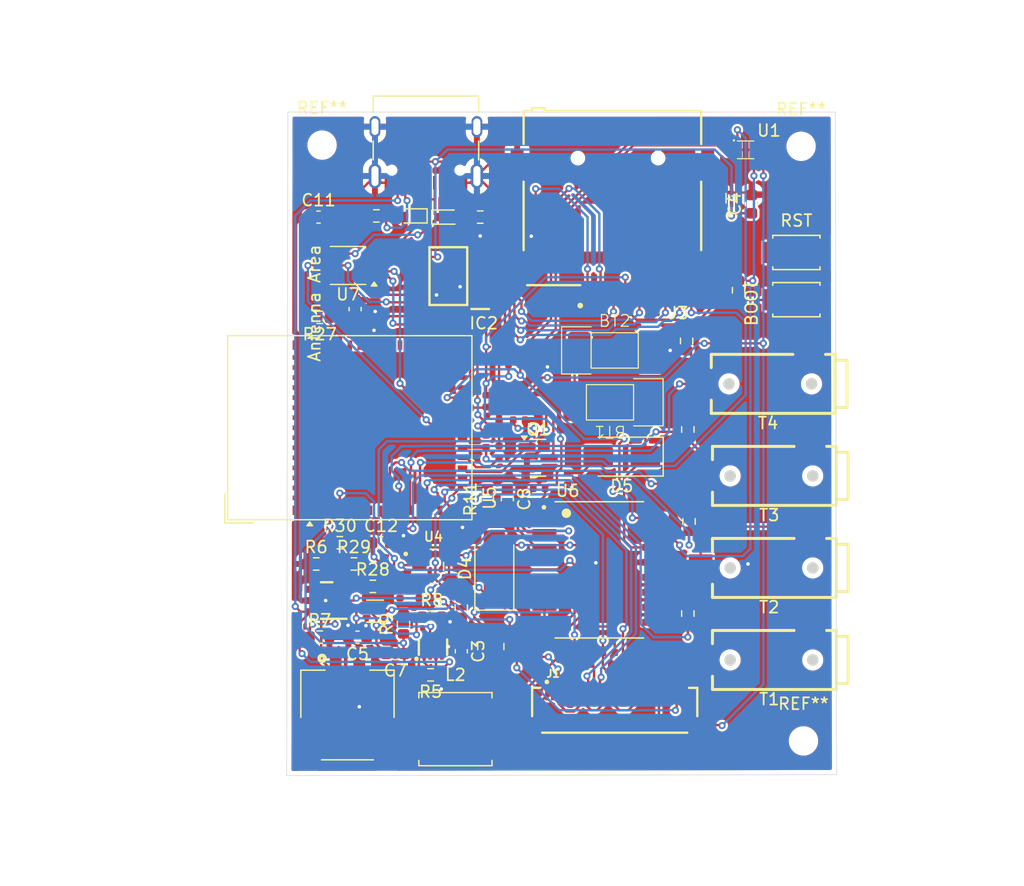
<source format=kicad_pcb>
(kicad_pcb (version 20241229) (generator "pcbnew") (generator_version "9.0")
  (layers (0 "F.Cu" signal) (2 "B.Cu" signal) (13 "F.Paste" user) (15 "B.Paste" user) (5 "F.SilkS" user "F.Silkscreen") (7 "B.SilkS" user "B.Silkscreen") (1 "F.Mask" user) (3 "B.Mask" user) (25 "Edge.Cuts" user))
  (net 0 "")
  (net 1 "GND")
  (net 2 "VBATT")
  (net 3 "Net-(SW1-B)")
  (net 4 "Net-(SW2-B)")
  (net 5 "VBUS")
  (net 6 "+3.3V")
  (net 7 "Net-(U2-FB)")
  (net 8 "BattSense")
  (net 9 "VIN")
  (net 10 "Net-(IC1-ST)")
  (net 11 "Net-(U2-SW)")
  (net 12 "Net-(USB1-CC1_B)")
  (net 13 "Net-(USB1-CC1_A)")
  (net 14 "Net-(U3-ISET)")
  (net 15 "Net-(U3-TS)")
  (net 16 "T1")
  (net 17 "T2")
  (net 18 "T3")
  (net 19 "T4")
  (net 20 "NTC_POW")
  (net 21 "USB+")
  (net 22 "USB-")
  (net 26 "DRAIN")
  (net 27 "RES")
  (net 28 "VCOM")
  (net 29 "Net-(SW3-B)")
  (net 30 "Net-(SW4-B)")
  (net 31 "VOP")
  (net 32 "Net-(D4-A)")
  (net 33 "D3{slash}{slash}CD{slash}DAT3")
  (net 34 "CMD{slash}{slash}CMD")
  (net 35 "SD_D-")
  (net 36 "D0{slash}DAT0")
  (net 38 "SD_D+")
  (net 40 "D1{slash}DAT1")
  (net 41 "D2{slash}{slash}{slash}DAT2")
  (net 42 "CLK{slash}{slash}CLK")
  (net 43 "DC")
  (net 44 "SDA")
  (net 46 "IREF")
  (net 47 "CS")
  (net 48 "SCLK")
  (net 49 "CD_Card Detect")
  (net 50 "SWITCH")
  (net 51 "Net-(U6-SQW{slash}~{INT})")
  (net 52 "SDA{slash}GPIO21")
  (net 53 "SCL{slash}GPIO26")
  (net 54 "Net-(U7-S)")
  (net 55 "Net-(U4-FB)")
  (net 56 "Net-(R22-Pad2)")
  (net 57 "Net-(U5-IO2)")
  (net 58 "Net-(U5-IO1)")
  (net 59 "USB_SELECT")
  (net 69 "RES{slash}RST")
  (net 74 "ESP32_D-")
  (net 75 "ESP32_D+")
  (net 79 "OLES_S")
  (net 83 "Net-(D5-A)")
  (net 84 "Net-(BT1-+)")
  (net 85 "Net-(BT1--)")
  (footprint "Custom:SOT8" (layer "F.Cu") (at 112.2 119.8475)
    (property "Reference" "IC1" (hide yes))
    (property "Value" "LM66200DRLR")
  )
  (footprint "FFC2B28-24-G:GCT_FFC2B28-24-G" (layer "F.Cu") (at 127.6 125.2)
    (property "Reference" "J1")
    (property "Value" "FFC2B28-24-G")
  )
  (footprint "Diode_SMD:D_SOD-523" (layer "F.Cu") (at 110.5 83.3 180)
    (property "Reference" "D2" (hide yes))
    (property "Value" "ESD5B5.0ST1G")
  )
  (footprint "Inductor_SMD:L_Bourns_SRN6045TA" (layer "F.Cu") (at 114.1 126.8)
    (property "Reference" "L2")
    (property "Value" "10uH")
  )
  (footprint "SD-CARD-MEM2075-00-140-01-A:SD-CARD-MEM2075-00-140-01-A" (layer "F.Cu") (at 127.88 78.4 180)
    (property "Reference" "J3")
    (property "Value" "MEM2075-00-140-01-A")
  )
  (footprint "Custom:AUDIO-SMD_XKB_PJ-2180-SMT" (layer "F.Cu") (at 139.5365 119.1865 180)
    (property "Reference" "T1")
    (property "Value" "PJ-2180-SMT")
    (fp_poly (pts (xy 2.645722 -1.815263) (xy 2.61194 -1.941342) (xy 2.546677 -2.054381) (xy 2.454381 -2.146677) (xy 2.341342 -2.21194) (xy 2.215263 -2.245722) (xy 2.084737 -2.245722) (xy 1.958658 -2.21194) (xy 1.845619 -2.146677) (xy 1.753323 -2.054381) (xy 1.68806 -1.941342) (xy 1.654278 -1.815263) (xy 1.654278 -1.684737) (xy 1.68806 -1.558658) (xy 1.753323 -1.445619) (xy 1.845619 -1.353323) (xy 1.958658 -1.28806) (xy 2.084737 -1.254278) (xy 2.215263 -1.254278) (xy 2.341342 -1.28806) (xy 2.454381 -1.353323) (xy 2.546677 -1.445619) (xy 2.61194 -1.558658) (xy 2.645722 -1.684737)) (fill yes) (layer "Edge.Cuts"))
    (fp_poly (pts (xy -4.354278 -1.815263) (xy -4.38806 -1.941342) (xy -4.453323 -2.054381) (xy -4.545619 -2.146677) (xy -4.658658 -2.21194) (xy -4.784737 -2.245722) (xy -4.915263 -2.245722) (xy -5.041342 -2.21194) (xy -5.154381 -2.146677) (xy -5.246677 -2.054381) (xy -5.31194 -1.941342) (xy -5.345722 -1.815263) (xy -5.345722 -1.684737) (xy -5.31194 -1.558658) (xy -5.246677 -1.445619) (xy -5.154381 -1.353323) (xy -5.041342 -1.28806) (xy -4.915263 -1.254278) (xy -4.784737 -1.254278) (xy -4.658658 -1.28806) (xy -4.545619 -1.353323) (xy -4.453323 -1.445619) (xy -4.38806 -1.558658) (xy -4.354278 -1.684737)) (fill yes) (layer "Edge.Cuts"))
  )
  (footprint "Inductor_SMD:L_1008_2520Metric" (layer "F.Cu") (at 117.1 119.8 90)
    (property "Reference" "L1" (hide yes))
    (property "Value" "1uH, 1A")
  )
  (footprint "PCM_JLCPCB:R_0402" (layer "F.Cu") (at 109.4 115.2 90)
    (property "Reference" "R22" (hide yes))
    (property "Value" "4.7kΩ" (hide yes))
  )
  (footprint "Custom:SODFL1006X43N" (layer "F.Cu") (at 137.5 81.8 90)
    (property "Reference" "D3" (hide yes))
    (property "Value" "ESD9X5.0ST5G")
  )
  (footprint "Resistor_SMD:R_0603_1608Metric" (layer "F.Cu") (at 138.1 89.6 -90)
    (property "Reference" "R2" (hide yes))
    (property "Value" "10K")
  )
  (footprint "MountingHole:MountingHole_2.2mm_M2" (layer "F.Cu") (at 102.8 77.3)
    (property "Reference" "REF**")
    (property "Value" "MountingHole_2.2mm_M2")
  )
  (footprint "Package_TO_SOT_SMD:SOT-563" (layer "F.Cu") (at 107.2875 116.8 180)
    (property "Reference" "U2" (hide yes))
    (property "Value" "TPS62A01DRL")
  )
  (footprint "GL823K:GL823KSOP64P600X175-16N" (layer "F.Cu") (at 113.5 88.4 180)
    (property "Reference" "IC2")
    (property "Value" "GL823K")
  )
  (footprint "PCM_JLCPCB:R_0402" (layer "F.Cu") (at 130.7 120.8 90)
    (property "Reference" "R25" (hide yes))
    (property "Value" "4.7kΩ" (hide yes))
  )
  (footprint "Diode_SMD:D_SOD-523" (layer "F.Cu") (at 113.3 83.4)
    (property "Reference" "D1" (hide yes))
    (property "Value" "ESD5B5.0ST1G")
  )
  (footprint "Custom:AUDIO-SMD_XKB_PJ-2180-SMT" (layer "F.Cu") (at 139.5365 111.3865 180)
    (property "Reference" "T2")
    (property "Value" "PJ-2180-SMT")
    (fp_poly (pts (xy 2.645722 -1.815263) (xy 2.61194 -1.941342) (xy 2.546677 -2.054381) (xy 2.454381 -2.146677) (xy 2.341342 -2.21194) (xy 2.215263 -2.245722) (xy 2.084737 -2.245722) (xy 1.958658 -2.21194) (xy 1.845619 -2.146677) (xy 1.753323 -2.054381) (xy 1.68806 -1.941342) (xy 1.654278 -1.815263) (xy 1.654278 -1.684737) (xy 1.68806 -1.558658) (xy 1.753323 -1.445619) (xy 1.845619 -1.353323) (xy 1.958658 -1.28806) (xy 2.084737 -1.254278) (xy 2.215263 -1.254278) (xy 2.341342 -1.28806) (xy 2.454381 -1.353323) (xy 2.546677 -1.445619) (xy 2.61194 -1.558658) (xy 2.645722 -1.684737)) (fill yes) (layer "Edge.Cuts"))
    (fp_poly (pts (xy -4.354278 -1.815263) (xy -4.38806 -1.941342) (xy -4.453323 -2.054381) (xy -4.545619 -2.146677) (xy -4.658658 -2.21194) (xy -4.784737 -2.245722) (xy -4.915263 -2.245722) (xy -5.041342 -2.21194) (xy -5.154381 -2.146677) (xy -5.246677 -2.054381) (xy -5.31194 -1.941342) (xy -5.345722 -1.815263) (xy -5.345722 -1.684737) (xy -5.31194 -1.558658) (xy -5.246677 -1.445619) (xy -5.154381 -1.353323) (xy -5.041342 -1.28806) (xy -4.915263 -1.254278) (xy -4.784737 -1.254278) (xy -4.658658 -1.28806) (xy -4.545619 -1.353323) (xy -4.453323 -1.445619) (xy -4.38806 -1.558658) (xy -4.354278 -1.684737)) (fill yes) (layer "Edge.Cuts"))
  )
  (footprint "Diode_SMD:D_SMA" (layer "F.Cu") (at 117.4 113.2 90)
    (property "Reference" "D4")
    (property "Value" "SS14")
  )
  (footprint "DS3231SN_T:SOIC127P1032X265-16N" (layer "F.Cu") (at 126.3 113.3)
    (property "Reference" "U6")
    (property "Value" "DS3231SN_T")
  )
  (footprint "Capacitor_SMD:C_0603_1608Metric" (layer "F.Cu") (at 114.6 120.2 -90)
    (property "Reference" "C3")
    (property "Value" "1uF")
  )
  (footprint "PCM_JLCPCB:R_0402" (layer "F.Cu") (at 116.7 99 -90)
    (property "Reference" "R2" (hide yes))
    (property "Value" "4.7kΩ" (hide yes))
  )
  (footprint "Custom:SW_TS-1088-AR02016" (layer "F.Cu") (at 143 90.4 180)
    (property "Reference" "SW2" (hide yes))
    (property "Value" "BOOT")
  )
  (footprint "Resistor_SMD:R_0603_1608Metric" (layer "F.Cu") (at 107.1 114.7)
    (property "Reference" "R28")
    (property "Value" "10K")
  )
  (footprint "Capacitor_SMD:C_0603_1608Metric" (layer "F.Cu") (at 102.5 83.4)
    (property "Reference" "C11")
    (property "Value" "1uF")
  )
  (footprint "PCM_JLCPCB:R_0402" (layer "F.Cu") (at 127.1 120.3)
    (property "Reference" "R19" (hide yes))
    (property "Value" "4.7kΩ" (hide yes))
  )
  (footprint "PCM_JLCPCB:C_0402" (layer "F.Cu") (at 125.1 121.3 180)
    (property "Reference" "C9" (hide yes))
    (property "Value" "100nF")
  )
  (footprint "Resistor_SMD:R_0603_1608Metric" (layer "F.Cu") (at 133.9 109.2 90)
    (property "Reference" "R13" (hide yes))
    (property "Value" "750K")
  )
  (footprint "TPS61040DBVR:SOT95P280X145-5N" (layer "F.Cu") (at 112.3 113)
    (property "Reference" "U4")
    (property "Value" "TPS61040DBVR")
  )
  (footprint "Resistor_SMD:R_0603_1608Metric" (layer "F.Cu") (at 116.8 107.3 90)
    (property "Reference" "R11")
    (property "Value" "3.3M")
  )
  (footprint "Resistor_SMD:R_0603_1608Metric" (layer "F.Cu") (at 102.3 112.8)
    (property "Reference" "R6")
    (property "Value" "1.8K")
  )
  (footprint "PCM_JLCPCB:R_0402" (layer "F.Cu") (at 121.2 106.4 180)
    (property "Reference" "R1" (hide yes))
    (property "Value" "10kΩ" (hide yes))
  )
  (footprint "Capacitor_SMD:C_0603_1608Metric" (layer "F.Cu") (at 105.6 91.2 90)
    (property "Reference" "C6" (hide yes))
    (property "Value" "22uF")
  )
  (footprint "MountingHole:MountingHole_2.2mm_M2" (layer "F.Cu") (at 143.4 77.4)
    (property "Reference" "REF**")
    (property "Value" "MountingHole_2.2mm_M2")
  )
  (footprint "Resistor_SMD:R_0603_1608Metric" (layer "F.Cu") (at 107.4 83.3 180)
    (property "Reference" "R3" (hide yes))
    (property "Value" "5.1K")
  )
  (footprint "SHT4XI-DIGITAL:SHT4XI-DIGITAL" (layer "F.Cu") (at 138.7 77.7)
    (property "Reference" "U1")
    (property "Value" "SHT4XI-DIGITAL")
  )
  (footprint "PCM_JLCPCB:R_0402" (layer "F.Cu") (at 123.6 105.6 90)
    (property "Reference" "R33" (hide yes))
    (property "Value" "470kΩ" (hide yes))
  )
  (footprint "PCM_JLCPCB:C_0402" (layer "F.Cu") (at 132.3 120.9)
    (property "Reference" "C10" (hide yes))
    (property "Value" "4.7uF")
  )
  (footprint "Capacitor_SMD:C_0603_1608Metric" (layer "F.Cu") (at 118.5 107.3 -90)
    (property "Reference" "C8")
    (property "Value" "100nF")
  )
  (footprint "PCM_JLCPCB:R_0402" (layer "F.Cu") (at 111.5 115.7 180)
    (property "Reference" "R21" (hide yes))
    (property "Value" "100kΩ" (hide yes))
  )
  (footprint "Resistor_SMD:R_0603_1608Metric" (layer "F.Cu") (at 114.6 116.5 -90)
    (property "Reference" "R10" (hide yes))
    (property "Value" "1M")
  )
  (footprint "Package_TO_SOT_SMD:SOT-23" (layer "F.Cu") (at 121.1 103.8)
    (property "Reference" "Q1")
    (property "Value" "2N7002")
  )
  (footprint "PCM_JLCPCB:R_0402" (layer "F.Cu") (at 117.8 101.2 90)
    (property "Reference" "R17" (hide yes))
    (property "Value" "10kΩ" (hide yes))
  )
  (footprint "PCM_JLCPCB:R_0402" (layer "F.Cu") (at 127.8 121.3 180)
    (property "Reference" "R18" (hide yes))
    (property "Value" "4.7kΩ" (hide yes))
  )
  (footprint "PCM_JLCPCB:R_0402" (layer "F.Cu") (at 116.7 102.4 -90)
    (property "Reference" "R32" (hide yes))
    (property "Value" "100kΩ" (hide yes))
  )
  (footprint "PCM_JLCPCB:R_0402" (layer "F.Cu") (at 117.8 103.3 90)
    (property "Reference" "R31" (hide yes))
    (property "Value" "100kΩ" (hide yes))
  )
  (footprint "Resistor_SMD:R_0603_1608Metric" (layer "F.Cu") (at 105.5 112.8)
    (property "Reference" "R29")
    (property "Value" "100K")
  )
  (footprint "Battery_SMD:Battery_TDK_CeraCharge_BCT1812M101AG_1812" (layer "F.Cu") (at 127.59875 92.7)
    (property "Reference" "BT2")
    (property "Value" "CeraCharge_1.5V")
  )
  (footprint "Custom:AMPHENOL_12402012E212A" (layer "F.Cu") (at 111.6 75.74 180)
    (property "Reference" "USB1" (hide yes))
    (property "Value" "12402012E212A")
  )
  (footprint "Resistor_SMD:R_0603_1608Metric" (layer "F.Cu") (at 133.8 101.4 90)
    (property "Reference" "R14" (hide yes))
    (property "Value" "750K")
  )
  (footprint "Resistor_SMD:R_0603_1608Metric" (layer "F.Cu") (at 112.1 117.3)
    (property "Reference" "R8")
    (property "Value" "100K")
  )
  (footprint "Resistor_SMD:R_0603_1608Metric" (layer "F.Cu") (at 102.6 119)
    (property "Reference" "R7")
    (property "Value" "10K")
  )
  (footprint "PCM_JLCPCB:R_0402" (layer "F.Cu") (at 119.1 95.9)
    (property "Reference" "R16" (hide yes))
    (property "Value" "4.7kΩ" (hide yes))
  )
  (footprint "Capacitor_SMD:C_0603_1608Metric" (layer "F.Cu") (at 139.2 82.3 90)
    (property "Reference" "C4")
    (property "Value" "1uF")
  )
  (footprint "PCM_JLCPCB:R_0402" (layer "F.Cu") (at 119.5 99.5 180)
    (property "Reference" "R23" (hide yes))
    (property "Value" "4.7kΩ" (hide yes))
  )
  (footprint "Diode_SMD:D_SMA" (layer "F.Cu") (at 128.2 103.7 180)
    (property "Reference" "D5")
    (property "Value" "SS14")
  )
  (footprint "Resistor_SMD:R_0603_1608Metric" (layer "F.Cu") (at 104.3 111)
    (property "Reference" "R30")
    (property "Value" "100K")
  )
  (footprint "Resistor_SMD:R_0603_1608Metric" (layer "F.Cu") (at 112 122.2 180)
    (property "Reference" "R5")
    (property "Value" "100K")
  )
  (footprint "Custom:SW_TS-1088-AR02016" (layer "F.Cu") (at 143 86.4 180)
    (property "Reference" "SW1" (hide yes))
    (property "Value" "RST")
  )
  (footprint "Capacitor_SMD:C_0603_1608Metric" (layer "F.Cu") (at 105.8 119 180)
    (property "Reference" "C5")
    (property "Value" "4.7uF")
  )
  (footprint "PCM_JLCPCB:R_0402" (layer "F.Cu") (at 119.5 100.6)
    (property "Reference" "R26" (hide yes))
    (property "Value" "10kΩ" (hide yes))
  )
  (footprint "Capacitor_SMD:C_0603_1608Metric" (layer "F.Cu") (at 107.8 111)
    (property "Reference" "C12")
    (property "Value" "1uF")
  )
  (footprint "Custom:AUDIO-SMD_XKB_PJ-2180-SMT" (layer "F.Cu") (at 139.5365 103.5865 180)
    (property "Reference" "T3")
    (property "Value" "PJ-2180-SMT")
    (fp_poly (pts (xy 2.645722 -1.815263) (xy 2.61194 -1.941342) (xy 2.546677 -2.054381) (xy 2.454381 -2.146677) (xy 2.341342 -2.21194) (xy 2.215263 -2.245722) (xy 2.084737 -2.245722) (xy 1.958658 -2.21194) (xy 1.845619 -2.146677) (xy 1.753323 -2.054381) (xy 1.68806 -1.941342) (xy 1.654278 -1.815263) (xy 1.654278 -1.684737) (xy 1.68806 -1.558658) (xy 1.753323 -1.445619) (xy 1.845619 -1.353323) (xy 1.958658 -1.28806) (xy 2.084737 -1.254278) (xy 2.215263 -1.254278) (xy 2.341342 -1.28806) (xy 2.454381 -1.353323) (xy 2.546677 -1.445619) (xy 2.61194 -1.558658) (xy 2.645722 -1.684737)) (fill yes) (layer "Edge.Cuts"))
    (fp_poly (pts (xy -4.354278 -1.815263) (xy -4.38806 -1.941342) (xy -4.453323 -2.054381) (xy -4.545619 -2.146677) (xy -4.658658 -2.21194) (xy -4.784737 -2.245722) (xy -4.915263 -2.245722) (xy -5.041342 -2.21194) (xy -5.154381 -2.146677) (xy -5.246677 -2.054381) (xy -5.31194 -1.941342) (xy -5.345722 -1.815263) (xy -5.345722 -1.684737) (xy -5.31194 -1.558658) (xy -5.246677 -1.445619) (xy -5.154381 -1.353323) (xy -5.041342 -1.28806) (xy -4.915263 -1.254278) (xy -4.784737 -1.254278) (xy -4.658658 -1.28806) (xy -4.545619 -1.353323) (xy -4.453323 -1.445619) (xy -4.38806 -1.558658) (xy -4.354278 -1.684737)) (fill yes) (layer "Edge.Cuts"))
  )
  (footprint "Resistor_SMD:R_0603_1608Metric" (layer "F.Cu") (at 109.7 117.9 90)
    (property "Reference" "R9")
    (property "Value" "453K")
  )
  (footprint "PCM_JLCPCB:R_0402" (layer "F.Cu") (at 119.8 120.6)
    (property "Reference" "R24" (hide yes))
    (property "Value" "4.7kΩ" (hide yes))
  )
  (footprint "Custom:JST_S2B-PH-SM4-TB_LF__SN_" (layer "F.Cu") (at 104.95 122.15)
    (property "Reference" "BATT1" (hide yes))
    (property "Value" "BATT")
  )
  (footprint "Battery_SMD:Battery_TDK_CeraCharge_BCT1812M101AG_1812" (layer "F.Cu") (at 127.20125 101.1 180)
    (property "Reference" "BT1")
    (property "Value" "CeraCharge_1.5V")
  )
  (footprint "Custom:AUDIO-SMD_XKB_PJ-2180-SMT" (layer "F.Cu") (at 139.4365 95.7865 180)
    (property "Reference" "T4")
    (property "Value" "PJ-2180-SMT")
    (fp_poly (pts (xy 2.645722 -1.815263) (xy 2.61194 -1.941342) (xy 2.546677 -2.054381) (xy 2.454381 -2.146677) (xy 2.341342 -2.21194) (xy 2.215263 -2.245722) (xy 2.084737 -2.245722) (xy 1.958658 -2.21194) (xy 1.845619 -2.146677) (xy 1.753323 -2.054381) (xy 1.68806 -1.941342) (xy 1.654278 -1.815263) (xy 1.654278 -1.684737) (xy 1.68806 -1.558658) (xy 1.753323 -1.445619) (xy 1.845619 -1.353323) (xy 1.958658 -1.28806) (xy 2.084737 -1.254278) (xy 2.215263 -1.254278) (xy 2.341342 -1.28806) (xy 2.454381 -1.353323) (xy 2.546677 -1.445619) (xy 2.61194 -1.558658) (xy 2.645722 -1.684737)) (fill yes) (layer "Edge.Cuts"))
    (fp_poly (pts (xy -4.354278 -1.815263) (xy -4.38806 -1.941342) (xy -4.453323 -2.054381) (xy -4.545619 -2.146677) (xy -4.658658 -2.21194) (xy -4.784737 -2.245722) (xy -4.915263 -2.245722) (xy -5.041342 -2.21194) (xy -5.154381 -2.146677) (xy -5.246677 -2.054381) (xy -5.31194 -1.941342) (xy -5.345722 -1.815263) (xy -5.345722 -1.684737) (xy -5.31194 -1.558658) (xy -5.246677 -1.445619) (xy -5.154381 -1.353323) (xy -5.041342 -1.28806) (xy -4.915263 -1.254278) (xy -4.784737 -1.254278) (xy -4.658658 -1.28806) (xy -4.545619 -1.353323) (xy -4.453323 -1.445619) (xy -4.38806 -1.558658) (xy -4.354278 -1.684737)) (fill yes) (layer "Edge.Cuts"))
  )
  (footprint "Resistor_SMD:R_0603_1608Metric" (layer "F.Cu") (at 133.7 93.9 90)
    (property "Reference" "R15" (hide yes))
    (property "Value" "750K")
  )
  (footprint "Resistor_SMD:R_0603_1608Metric" (layer "F.Cu") (at 102.6 91.9 180)
    (property "Reference" "R27")
    (property "Value" "10K")
  )
  (footprint "Resistor_SMD:R_0603_1608Metric" (layer "F.Cu") (at 133.8 117 90)
    (property "Reference" "R12" (hide yes))
    (property "Value" "750K")
  )
  (footprint "Capacitor_SMD:C_0603_1608Metric" (layer "F.Cu") (at 109 120.4 180)
    (property "Reference" "C7")
    (property "Value" "100pF")
  )
  (footprint "PCM_JLCPCB:R_0402" (layer "F.Cu") (at 125.1 120.3)
    (property "Reference" "R20" (hide yes))
    (property "Value" "4.7kΩ" (hide yes))
  )
  (footprint "Resistor_SMD:R_0603_1608Metric" (layer "F.Cu") (at 116.2 83.4 180)
    (property "Reference" "R4" (hide yes))
    (property "Value" "5.1K")
  )
  (footprint "Custom:DBV0006A_N" (layer "F.Cu") (at 103.2 115.9 180)
    (property "Reference" "U3" (hide yes))
    (property "Value" "BQ21040DBVR")
  )
  (footprint "Package_SO:VSSOP-10_3x3mm_P0.5mm" (layer "F.Cu") (at 105 87.5 180)
    (property "Reference" "U7")
    (property "Value" "TS3USB30EDGSR")
  )
  (footprint "RF_Module:ESP32-S2-MINI-1" (layer "F.Cu") (at 105.15 101.25 90)
    (property "Reference" "U5")
    (property "Value" "ESP32-S3-MINI-1")
  )
  (footprint "MountingHole:MountingHole_2.2mm_M2" (layer "F.Cu") (at 143.6 127.8)
    (property "Reference" "REF**")
    (property "Value" "MountingHole_2.2mm_M2")
  )
  (gr_line (start 146.4 130.657891) (end 99.8 130.742108) (stroke (width 0.05)) (layer "Edge.Cuts"))
  (gr_line (start 99.8 130.742108) (end 99.9 74.5) (stroke (width 0.05)) (layer "Edge.Cuts"))
  (gr_line (start 99.9 74.5) (end 146.3 74.496804) (stroke (width 0.05)) (layer "Edge.Cuts"))
  (gr_line (start 146.3 74.5) (end 146.40188 130.657888) (stroke (width 0.05)) (layer "Edge.Cuts"))
  (gr_text "Antenna Area" (at 102.15 90.7 90) (layer "F.SilkS") (effects (font (size 1 1))))
  (segment (start 130.955 113.935) (end 130.955 117.745) (width 0.2) (layer "F.Cu") (net 0))
  (segment (start 121.645 113.935) (end 121.645 117.745) (width 0.2) (layer "F.Cu") (net 0))
  (segment (start 100.6 113.675) (end 100.6 115.6) (width 0.2) (layer "F.Cu") (net 1))
  (segment (start 130.59875 94.7) (end 132.4 96.50125) (width 0.2) (layer "F.Cu") (net 1))
  (segment (start 145.075 86.4) (end 145.075 90.4) (width 0.2) (layer "F.Cu") (net 1))
  (segment (start 103.425 119) (end 105.025 119) (width 0.2) (layer "F.Cu") (net 1))
  (segment (start 138.1375 110.0375) (end 138.9 110.8) (width 0.2) (layer "F.Cu") (net 1))
  (segment (start 119 101.9) (end 119.8 101.9) (width 0.2) (layer "F.Cu") (net 1))
  (segment (start 145.075 86.4) (end 145.075 83.175) (width 0.2) (layer "F.Cu") (net 1))
  (segment (start 133.8 116.175) (end 137.925 116.175) (width 0.2) (layer "F.Cu") (net 1))
  (segment (start 107.351 82.524) (end 106.575 83.3) (width 0.2) (layer "F.Cu") (net 1))
  (segment (start 132.4 99.175) (end 133.8 100.575) (width 0.2) (layer "F.Cu") (net 1))
  (segment (start 103.275 83.4) (end 103.8 83.4) (width 0.2) (layer "F.Cu") (net 1))
  (segment (start 109.8 83.3) (end 109.5 83.3) (width 0.2) (layer "F.Cu") (net 1))
  (segment (start 114.8 80.49) (end 115.35 80.49) (width 0.2) (layer "F.Cu") (net 1))
  (segment (start 112.95 119.8) (end 112.95 120.5875) (width 0.2) (layer "F.Cu") (net 1))
  (segment (start 115.92 75.74) (end 107.28 75.74) (width 0.2) (layer "F.Cu") (net 1))
  (segment (start 138.9 110.8) (end 138.9 112.8) (width 0.2) (layer "F.Cu") (net 1))
  (segment (start 109.35 102.9) (end 106.05 102.9) (width 0.2) (layer "F.Cu") (net 1))
  (segment (start 114.7 108.25) (end 114.7 109.7) (width 0.2) (layer "F.Cu") (net 1))
  (segment (start 114 83.4) (end 114.776 84.176) (width 0.2) (layer "F.Cu") (net 1))
  (segment (start 116.249 84.951) (end 116.249 84.176) (width 0.2) (layer "F.Cu") (net 1))
  (segment (start 108 103.9) (end 108.1 103.8) (width 0.2) (layer "F.Cu") (net 1))
  (segment (start 103.4 127.9) (end 101.6 127.9) (width 0.2) (layer "F.Cu") (net 1))
  (segment (start 115.25 90.622) (end 116.2 90.622) (width 0.2) (layer "F.Cu") (net 1))
  (segment (start 110.8 89.352) (end 112.252 89.352) (width 0.2) (layer "F.Cu") (net 1))
  (segment (start 111.45 121.15) (end 112.049 121.749) (width 0.2) (layer "F.Cu") (net 1))
  (segment (start 107.28 79.92) (end 107.28 75.74) (width 0.2) (layer "F.Cu") (net 1))
  (segment (start 108.1 103.3) (end 107.7 102.9) (width 0.2) (layer "F.Cu") (net 1))
  (segment (start 135.48 78.82) (end 137.5 80.84) (width 0.2) (layer "F.Cu") (net 1))
  (segment (start 114.7 110) (end 114.7 109.7) (width 0.2) (layer "F.Cu") (net 1))
  (segment (start 114.875 108.075) (end 114.7 108.25) (width 0.2) (layer "F.Cu") (net 1))
  (segment (start 112.5 89.6) (end 112.5 90) (width 0.2) (layer "F.Cu") (net 1))
  (segment (start 104.1 88) (end 105.6 89.5) (width 0.2) (layer "F.Cu") (net 1))
  (segment (start 107.3 91.399) (end 106.574 91.399) (width 0.2) (layer "F.Cu") (net 1))
  (segment (start 133.7 93.075) (end 132.22375 93.075) (width 0.2) (layer "F.Cu") (net 1))
  (segment (start 137.5 80.84) (end 137.5 81.32) (width 0.2) (layer "F.Cu") (net 1))
  (segment (start 117.8 100.7) (end 117.8 99.76245) (width 0.2) (layer "F.Cu") (net 1))
  (segment (start 101.75 108.25) (end 101.1 108.25) (width 0.2) (layer "F.Cu") (net 1))
  (segment (start 114.7 94.25) (end 114.7 93.4) (width 0.2) (layer "F.Cu") (net 1))
  (segment (start 113.246096 117.3) (end 113.646096 117.7) (width 0.2) (layer "F.Cu") (net 1))
  (segment (start 109.1 111) (end 109.7 110.4) (width 0.2) (layer "F.Cu") (net 1))
  (segment (start 116.2 85) (end 116.249 84.951) (width 0.2) (layer "F.Cu") (net 1))
  (segment (start 132.4 96.50125) (end 132.4 99.175) (width 0.2) (layer "F.Cu") (net 1))
  (segment (start 111.45 120.5875) (end 111.45 121.15) (width 0.2) (layer "F.Cu") (net 1))
  (segment (start 133.7 93.075) (end 142.4 93.075) (width 0.2) (layer "F.Cu") (net 1))
  (segment (start 119.33 78.82) (end 117.02 78.82) (width 0.2) (layer "F.Cu") (net 1))
  (segment (start 104.3 93.5) (end 104.3 94.25) (width 0.2) (layer "F.Cu") (net 1))
  (segment (start 131.465 112.665) (end 133.8 115) (width 0.2) (layer "F.Cu") (net 1))
  (segment (start 101.475 112.8) (end 101.475 108.525) (width 0.2) (layer "F.Cu") (net 1))
  (segment (start 101.1 108.25) (end 100.7 107.85) (width 0.2) (layer "F.Cu") (net 1))
  (segment (start 103.2 96.2) (end 106.05 99.05) (width 0.2) (layer "F.Cu") (net 1))
  (segment (start 105.6 89.5) (end 105.6 90.425) (width 0.2) (layer "F.Cu") (net 1))
  (segment (start 107.2 93) (end 104.8 93) (width 0.2) (layer "F.Cu") (net 1))
  (segment (start 118.5 108.075) (end 114.875 108.075) (width 0.2) (layer "F.Cu") (net 1))
  (segment (start 108.724 82.524) (end 107.351 82.524) (width 0.2) (layer "F.Cu") (net 1))
  (segment (start 115.92 79.92) (end 115.92 75.74) (width 0.2) (layer "F.Cu") (net 1))
  (segment (start 120.1625 104.75) (end 119.8 105.1125) (width 0.2) (layer "F.Cu") (net 1))
  (segment (start 105.95 124.9) (end 105.95 125.35) (width 0.2) (layer "F.Cu") (net 1))
  (segment (start 106.575 117.3) (end 106.575 117.965741) (width 0.2) (layer "F.Cu") (net 1))
  (segment (start 108.575 111) (end 109.1 111) (width 0.2) (layer "F.Cu") (net 1))
  (segment (start 138.9 115.2) (end 138.9 112.8) (width 0.2) (layer "F.Cu") (net 1))
  (segment (start 134.6059 108.375) (end 136.2684 110.0375) (width 0.2) (layer "F.Cu") (net 1))
  (segment (start 119.8 105.1125) (end 119.8 106.45011) (width 0.2) (layer "F.Cu") (net 1))
  (segment (start 105 118.975) (end 105.025 119) (width 0.2) (layer "F.Cu") (net 1))
  (segment (start 106.575 83.3) (end 103.375 83.3) (width 0.2) (layer "F.Cu") (net 1))
  (segment (start 119.8 106.45011) (end 118.5 107.75011) (width 0.2) (layer "F.Cu") (net 1))
  (segment (start 114.5 89.872) (end 115.25 90.622) (width 0.2) (layer "F.Cu") (net 1))
  (segment (start 126.035 112.665) (end 130.955 112.665) (width 0.2) (layer "F.Cu") (net 1))
  (segment (start 109.35 99.6) (end 109.35 102.9) (width 0.2) (layer "F.Cu") (net 1))
  (segment (start 108 118.4) (end 108.2 118.6) (width 0.2) (layer "F.Cu") (net 1))
  (segment (start 106.575 85.875) (end 106.575 83.3) (width 0.2) (layer "F.Cu") (net 1))
  (segment (start 101.1 108.25) (end 100.7 108.25) (width 0.2) (layer "F.Cu") (net 1))
  (segment (start 132.3 94.7) (end 130.59875 94.7) (width 0.2) (layer "F.Cu") (net 1))
  (segment (start 117.02 78.82) (end 115.92 79.92) (width 0.2) (layer "F.Cu") (net 1))
  (segment (start 106.05 101.25) (end 109.35 101.25) (width 0.2) (layer "F.Cu") (net 1))
  (segment (start 108.575 111) (end 113.7 111) (width 0.2) (layer "F.Cu") (net 1))
  (segment (start 119.33 87.82) (end 119.33 86.21853) (width 0.2) (layer "F.Cu") (net 1))
  (segment (start 106.05 99.6) (end 109.35 99.6) (width 0.2) (layer "F.Cu") (net 1))
  (segment (start 112.5 90) (end 112.6 90) (width 0.2) (layer "F.Cu") (net 1))
  (segment (start 117.8 100.7) (end 119 101.9) (width 0.2) (layer "F.Cu") (net 1))
  (segment (start 103.2 96.2) (end 103.4 96.2) (width 0.2) (layer "F.Cu") (net 1))
  (segment (start 106.05 99.05) (end 106.05 99.6) (width 0.2) (layer "F.Cu") (net 1))
  (segment (start 114.5 89.3) (end 114.5 89.872) (width 0.2) (layer "F.Cu") (net 1))
  (segment (start 105.95 125.35) (end 103.4 127.9) (width 0.2) (layer "F.Cu") (net 1))
  (segment (start 115.25 86.178) (end 114.5 86.928) (width 0.2) (layer "F.Cu") (net 1))
  (segment (start 113.5 119.8) (end 112.95 119.8) (width 0.2) (layer "F.Cu") (net 1))
  (segment (start 118.5 107.75011) (end 118.5 108.075) (width 0.2) (layer "F.Cu") (net 1))
  (segment (start 100.9 115.9) (end 101.825001 115.9) (width 0.2) (layer "F.Cu") (net 1))
  (segment (start 104.3 95.2) (end 104.3 94.25) (width 0.2) (layer "F.Cu") (net 1))
  (segment (start 105.95 122.15) (end 105.95 125.55) (width 0.2) (layer "F.Cu") (net 1))
  (segment (start 108.575 111) (end 108.8 111.225) (width 0.2) (layer "F.Cu") (net 1))
  (segment (start 116.249 84.176) (end 117.025 83.4) (width 0.2) (layer "F.Cu") (net 1))
  (segment (start 107.7 99.6) (end 107.7 102.9) (width 0.2) (layer "F.Cu") (net 1))
  (segment (start 115.35 80.49) (end 115.92 79.92) (width 0.2) (layer "F.Cu") (net 1))
  (segment (start 112.049 123.049) (end 112.4 123.4) (width 0.2) (layer "F.Cu") (net 1))
  (segment (start 101.475 108.525) (end 101.75 108.25) (width 0.2) (layer "F.Cu") (net 1))
  (segment (start 100.6 115.6) (end 100.9 115.9) (width 0.2) (layer "F.Cu") (net 1))
  (segment (start 105.95 119.925) (end 105.025 119) (width 0.2) (layer "F.Cu") (net 1))
  (segment (start 112.049 121.749) (end 112.049 123.049) (width 0.2) (layer "F.Cu") (net 1))
  (segment (start 112.5 91.1) (end 112.2 91.4) (width 0.2) (layer "F.Cu") (net 1))
  (segment (start 101.825001 115.9) (end 103.1 115.9) (width 0.2) (layer "F.Cu") (net 1))
  (segment (start 102.8 88) (end 104.1 88) (width 0.2) (layer "F.Cu") (net 1))
  (segment (start 106.05 102.9) (end 106.05 99.6) (width 0.2) (layer "F.Cu") (net 1))
  (segment (start 136.2684 110.0375) (end 138.1375 110.0375) (width 0.2) (layer "F.Cu") (net 1))
  (segment (start 133.8 115) (end 133.8 116.175) (width 0.2) (layer "F.Cu") (net 1))
  (segment (start 101.7 96.2) (end 103.2 96.2) (width 0.2) (layer "F.Cu") (net 1))
  (segment (start 143.22 81.32) (end 137.5 81.32) (width 0.2) (layer "F.Cu") (net 1))
  (segment (start 112.9 123.4) (end 114.2 123.4) (width 0.2) (layer "F.Cu") (net 1))
  (segment (start 121.46245 96.1) (end 121.9 96.1) (width 0.2) (layer "F.Cu") (net 1))
  (segment (start 112.252 89.352) (end 112.5 89.6) (width 0.2) (layer "F.Cu") (net 1))
  (segment (start 117.025 83.4) (end 117.025 81.025) (width 0.2) (layer "F.Cu") (net 1))
  (segment (start 142.4 93.075) (end 145.075 90.4) (width 0.2) (layer "F.Cu") (net 1))
  (segment (start 133.9 108.375) (end 134.6059 108.375) (width 0.2) (layer "F.Cu") (net 1))
  (segment (start 105.95 122.15) (end 105.95 119.925) (width 0.2) (layer "F.Cu") (net 1))
  (segment (start 112.925 117.3) (end 113.246096 117.3) (width 0.2) (layer "F.Cu") (net 1))
  (segment (start 107.3 91.4) (end 107.3 91.399) (width 0.2) (layer "F.Cu") (net 1))
  (segment (start 105.95 122.15) (end 105.95 124.9) (width 0.2) (layer "F.Cu") (net 1))
  (segment (start 112.199 91.399) (end 107.3 91.399) (width 0.2) (layer "F.Cu") (net 1))
  (segment (start 113.7 111) (end 114.7 110) (width 0.2) (layer "F.Cu") (net 1))
  (segment (start 104.8 93) (end 104.3 93.5) (width 0.2) (layer "F.Cu") (net 1))
  (segment (start 114.7 93.4) (end 114.3 93) (width 0.2) (layer "F.Cu") (net 1))
  (segment (start 130.8 89.82) (end 130.8 89.43) (width 0.2) (layer "F.Cu") (net 1))
  (segment (start 105.95 125.55) (end 108.3 127.9) (width 0.2) (layer "F.Cu") (net 1))
  (segment (start 116.2 86.178) (end 115.25 86.178) (width 0.2) (layer "F.Cu") (net 1))
  (segment (start 109.5 83.3) (end 108.724 82.524) (width 0.2) (layer "F.Cu") (net 1))
  (segment (start 119.33 86.21853) (end 120.524265 85.024265) (width 0.2) (layer "F.Cu") (net 1))
  (segment (start 119.8 101.9) (end 120 101.7) (width 0.2) (layer "F.Cu") (net 1))
  (segment (start 108.1 103.8) (end 108.1 103.3) (width 0.2) (layer "F.Cu") (net 1))
  (segment (start 108 117.3) (end 108 118.4) (width 0.2) (layer "F.Cu") (net 1))
  (segment (start 135.48 87.82) (end 135.48 78.82) (width 0.2) (layer "F.Cu") (net 1))
  (segment (start 112.4 123.4) (end 112.9 123.4) (width 0.2) (layer "F.Cu") (net 1))
  (segment (start 114.6 123) (end 114.6 120.975) (width 0.2) (layer "F.Cu") (net 1))
  (segment (start 106.574 91.399) (end 105.6 90.425) (width 0.2) (layer "F.Cu") (net 1))
  (segment (start 108.4 80.49) (end 107.85 80.49) (width 0.2) (layer "F.Cu") (net 1))
  (segment (start 116.2 86.178) (end 116.2 85) (width 0.2) (layer "F.Cu") (net 1))
  (segment (start 112.2 91.4) (end 112.199 91.399) (width 0.2) (layer "F.Cu") (net 1))
  (segment (start 126 112.7) (end 126.035 112.665) (width 0.2) (layer "F.Cu") (net 1))
  (segment (start 117.025 81.025) (end 115.92 79.92) (width 0.2) (layer "F.Cu") (net 1))
  (segment (start 101.475 112.8) (end 100.6 113.675) (width 0.2) (layer "F.Cu") (net 1))
  (segment (start 112.9 123.4) (end 112.924 123.376) (width 0.2) (layer "F.Cu") (net 1))
  (segment (start 112.5 90) (end 112.5 91.1) (width 0.2) (layer "F.Cu") (net 1))
  (segment (start 107.85 80.49) (end 107.28 79.92) (width 0.2) (layer "F.Cu") (net 1))
  (segment (start 114.5 86.928) (end 114.5 89.3) (width 0.2) (layer "F.Cu") (net 1))
  (segment (start 145.075 83.175) (end 143.22 81.32) (width 0.2) (layer "F.Cu") (net 1))
  (segment (start 107.2 86.5) (end 106.575 85.875) (width 0.2) (layer "F.Cu") (net 1))
  (segment (start 120 101.7) (end 120 100.6) (width 0.2) (layer "F.Cu") (net 1))
  (segment (start 113.5 119.875) (end 114.6 120.975) (width 0.2) (layer "F.Cu") (net 1))
  (segment (start 117.8 99.76245) (end 121.46245 96.1) (width 0.2) (layer "F.Cu") (net 1))
  (segment (start 101.6 127.9) (end 108.3 127.9) (width 0.2) (layer "F.Cu") (net 1))
  (segment (start 113.5 119.8) (end 113.5 119.875) (width 0.2) (layer "F.Cu") (net 1))
  (segment (start 102.6 108.25) (end 101.75 108.25) (width 0.2) (layer "F.Cu") (net 1))
  (segment (start 112.95 119.0875) (end 112.95 119.8) (width 0.2) (layer "F.Cu") (net 1))
  (segment (start 106.575 117.965741) (end 106.515741 118.025) (width 0.2) (layer "F.Cu") (net 1))
  (segment (start 103.4 96.2) (end 103.4 96.1) (width 0.2) (layer "F.Cu") (net 1))
  (segment (start 100.7 95.2) (end 101.7 96.2) (width 0.2) (layer "F.Cu") (net 1))
  (segment (start 103.8 83.4) (end 107.28 79.92) (width 0.2) (layer "F.Cu") (net 1))
  (segment (start 105 118) (end 105 118.975) (width 0.2) (layer "F.Cu") (net 1))
  (segment (start 114.3 93) (end 107.2 93) (width 0.2) (layer "F.Cu") (net 1))
  (segment (start 114.2 123.4) (end 114.6 123) (width 0.2) (layer "F.Cu") (net 1))
  (segment (start 100.7 94.25) (end 100.7 95.2) (width 0.2) (layer "F.Cu") (net 1))
  (segment (start 114.776 84.176) (end 116.249 84.176) (width 0.2) (layer "F.Cu") (net 1))
  (segment (start 132.41 87.82) (end 135.48 87.82) (width 0.2) (layer "F.Cu") (net 1))
  (segment (start 130.8 89.43) (end 132.41 87.82) (width 0.2) (layer "F.Cu") (net 1))
  (segment (start 137.925 116.175) (end 138.9 115.2) (width 0.2) (layer "F.Cu") (net 1))
  (segment (start 103.375 83.3) (end 103.275 83.4) (width 0.2) (layer "F.Cu") (net 1))
  (segment (start 103.45 94.25) (end 104.3 94.25) (width 0.2) (layer "F.Cu") (net 1))
  (segment (start 100.7 107.85) (end 100.7 94.25) (width 0.2) (layer "F.Cu") (net 1))
  (segment (start 132.22375 93.075) (end 130.59875 94.7) (width 0.2) (layer "F.Cu") (net 1))
  (segment (start 130.955 112.665) (end 131.465 112.665) (width 0.2) (layer "F.Cu") (net 1))
  (segment (start 103.4 96.1) (end 104.3 95.2) (width 0.2) (layer "F.Cu") (net 1))
  (via (at 113.5 119.8) (size 0.6) (drill 0.3) (layers "F.Cu" "B.Cu") (net 1))
  (via (at 105.95 124.9) (size 0.6) (drill 0.3) (layers "F.Cu" "B.Cu") (net 1))
  (via (at 113.646096 117.7) (size 0.6) (drill 0.3) (layers "F.Cu" "B.Cu") (net 1))
  (via (at 132.3 94.7) (size 0.6) (drill 0.3) (layers "F.Cu" "B.Cu") (net 1))
  (via (at 114.5 89.3) (size 0.6) (drill 0.3) (layers "F.Cu" "B.Cu") (net 1))
  (via (at 138.9 112.8) (size 0.6) (drill 0.3) (layers "F.Cu" "B.Cu") (net 1))
  (via (at 103.1 115.9) (size 0.6) (drill 0.3) (layers "F.Cu" "B.Cu") (net 1))
  (via (at 114.7 109.7) (size 0.6) (drill 0.3) (layers "F.Cu" "B.Cu") (net 1))
  (via (at 107.2 93) (size 0.6) (drill 0.3) (layers "F.Cu" "B.Cu") (net 1))
  (via (at 105 118) (size 0.6) (drill 0.3) (layers "F.Cu" "B.Cu") (net 1))
  (via (at 107.3 91.4) (size 0.6) (drill 0.3) (layers "F.Cu" "B.Cu") (net 1))
  (via (at 116.2 85) (size 0.6) (drill 0.3) (layers "F.Cu" "B.Cu") (net 1))
  (via (at 112.9 123.4) (size 0.6) (drill 0.3) (layers "F.Cu" "B.Cu") (net 1))
  (via (at 108.2 118.6) (size 0.6) (drill 0.3) (layers "F.Cu" "B.Cu") (net 1))
  (via (at 112.5 90) (size 0.6) (drill 0.3) (layers "F.Cu" "B.Cu") (net 1))
  (via (at 106.515741 118.025) (size 0.6) (drill 0.3) (layers "F.Cu" "B.Cu") (net 1))
  (via (at 126 112.7) (size 0.6) (drill 0.3) (layers "F.Cu" "B.Cu") (net 1))
  (via (at 121.9 96.1) (size 0.6) (drill 0.3) (layers "F.Cu" "B.Cu") (net 1))
  (via (at 120.524265 85.024265) (size 0.6) (drill 0.3) (layers "F.Cu" "B.Cu") (net 1))
  (via (at 109.7 110.4) (size 0.6) (drill 0.3) (layers "F.Cu" "B.Cu") (net 1))
  (segment (start 107.3 92.9) (end 107.2 93) (width 0.2) (layer "B.Cu") (net 1))
  (segment (start 121.9 96.1) (end 130.9 96.1) (width 0.2) (layer "B.Cu") (net 1))
  (segment (start 108.2 118.6) (end 107.090741 118.6) (width 0.2) (layer "B.Cu") (net 1))
  (segment (start 138.9 112.8) (end 139.6 112.1) (width 0.2) (layer "B.Cu") (net 1))
  (segment (start 112.9 123.4) (end 107.45 123.4) (width 0.2) (layer "B.Cu") (net 1))
  (segment (start 113.8 90) (end 114.5 89.3) (width 0.2) (layer "B.Cu") (net 1))
  (segment (start 105 117.8) (end 105 118) (width 0.2) (layer "B.Cu") (net 1))
  (segment (start 114.7 109.7) (end 115.001 109.399) (width 0.2) (layer "B.Cu") (net 1))
  (segment (start 108.03355 108.73355) (end 108.03355 103.23355) (width 0.2) (layer "B.Cu") (net 1))
  (segment (start 105.025 118.025) (end 105 118) (width 0.2) (layer "B.Cu") (net 1))
  (segment (start 116.224265 85.024265) (end 116.2 85) (width 0.2) (layer "B.Cu") (net 1))
  (segment (start 123.948943 109.399) (end 126 111.450057) (width 0.2) (layer "B.Cu") (net 1))
  (segment (start 115.001 109.399) (end 123.948943 109.399) (width 0.2) (layer "B.Cu") (net 1))
  (segment (start 112.5 90) (end 113.8 90) (width 0.2) (layer "B.Cu") (net 1))
  (segment (start 139.6 112.1) (end 139.6 93.1) (width 0.2) (layer "B.Cu") (net 1))
  (segment (start 103.1 115.9) (end 105 117.8) (width 0.2) (layer "B.Cu") (net 1))
  (segment (start 113.646096 117.7) (end 113.646096 119.653904) (width 0.2) (layer "B.Cu") (net 1))
  (segment (start 107.3 91.4) (end 107.3 92.9) (width 0.2) (layer "B.Cu") (net 1))
  (segment (start 106.515741 118.025) (end 105.025 118.025) (width 0.2) (layer "B.Cu") (net 1))
  (segment (start 109.7 110.4) (end 108.03355 108.73355) (width 0.2) (layer "B.Cu") (net 1))
  (segment (start 130.9 96.1) (end 132.3 94.7) (width 0.2) (layer "B.Cu") (net 1))
  (segment (start 126 111.450057) (end 126 112.7) (width 0.2) (layer "B.Cu") (net 1))
  (segment (start 107.45 123.4) (end 105.95 124.9) (width 0.2) (layer "B.Cu") (net 1))
  (segment (start 120.524265 85.024265) (end 116.224265 85.024265) (width 0.2) (layer "B.Cu") (net 1))
  (segment (start 107.090741 118.6) (end 106.515741 118.025) (width 0.2) (layer "B.Cu") (net 1))
  (segment (start 113.646096 119.653904) (end 113.5 119.8) (width 0.2) (layer "B.Cu") (net 1))
  (segment (start 105.5 115.9) (end 105.7 115.7) (width 0.2) (layer "F.Cu") (net 2))
  (segment (start 114.6 117.325) (end 114.6 118.3) (width 0.2) (layer "F.Cu") (net 2))
  (segment (start 104.575001 115.9) (end 105.5 115.9) (width 0.2) (layer "F.Cu") (net 2))
  (segment (start 112.45 119.1075) (end 112.45 118.5005) (width 0.2) (layer "F.Cu") (net 2))
  (segment (start 104.151 115.9) (end 102.724 117.327) (width 0.2) (layer "F.Cu") (net 2))
  (segment (start 102.724 120.924) (end 103.95 122.15) (width 0.2) (layer "F.Cu") (net 2))
  (segment (start 112.6505 118.3) (end 114.6 118.3) (width 0.2) (layer "F.Cu") (net 2))
  (segment (start 104.575001 115.9) (end 104.151 115.9) (width 0.2) (layer "F.Cu") (net 2))
  (segment (start 114.6 118.3) (end 114.6 119.425) (width 0.2) (layer "F.Cu") (net 2))
  (segment (start 113.1 116) (end 114.425 117.325) (width 0.2) (layer "F.Cu") (net 2))
  (segment (start 102.724 117.327) (end 102.724 120.924) (width 0.2) (layer "F.Cu") (net 2))
  (segment (start 112.45 118.5005) (end 112.6505 118.3) (width 0.2) (layer "F.Cu") (net 2))
  (segment (start 114.425 117.325) (end 114.6 117.325) (width 0.2) (layer "F.Cu") (net 2))
  (via (at 105.7 115.7) (size 0.6) (drill 0.3) (layers "F.Cu" "B.Cu") (net 2))
  (via (at 113.1 116) (size 0.6) (drill 0.3) (layers "F.Cu" "B.Cu") (net 2))
  (segment (start 112.8 115.7) (end 113.1 116) (width 0.2) (layer "B.Cu") (net 2))
  (segment (start 105.7 115.7) (end 112.8 115.7) (width 0.2) (layer "B.Cu") (net 2))
  (segment (start 140.9 90.425) (end 140.925 90.4) (width 0.2) (layer "F.Cu") (net 4))
  (segment (start 138.1 90.425) (end 140.9 90.425) (width 0.2) (layer "F.Cu") (net 4))
  (segment (start 112.6 86.778) (end 110.834 86.778) (width 0.2) (layer "F.Cu") (net 5))
  (segment (start 112.45 121.825) (end 112.825 122.2) (width 0.2) (layer "F.Cu") (net 5))
  (segment (start 100.9 120.2) (end 100.9 117.775002) (width 0.2) (layer "F.Cu") (net 5))
  (segment (start 110.834 86.778) (end 110.8 86.812) (width 0.2) (layer "F.Cu") (net 5))
  (segment (start 109.2 80.49) (end 109.2 79.900001) (width 0.2) (layer "F.Cu") (net 5))
  (segment (start 137.725 83.075) (end 137.5 83.3) (width 0.2) (layer "F.Cu") (net 5))
  (segment (start 100.9 117.775002) (end 101.825001 116.850001) (width 0.2) (layer "F.Cu") (net 5))
  (segment (start 112.45 120.5875) (end 112.45 121.825) (width 0.2) (layer "F.Cu") (net 5))
  (segment (start 112.825 121.875) (end 113.6 121.1) (width 0.2) (layer "F.Cu") (net 5))
  (segment (start 110.400001 78.7) (end 112.4 78.7) (width 0.2) (layer "F.Cu") (net 5))
  (segment (start 101.1 120.4) (end 100.9 120.2) (width 0.2) (layer "F.Cu") (net 5))
  (segment (start 100.975458 116.850001) (end 100.525502 116.400045) (width 0.2) (layer "F.Cu") (net 5))
  (segment (start 109.2 79.900001) (end 110.400001 78.7) (width 0.2) (layer "F.Cu") (net 5))
  (segment (start 139.2 83.075) (end 137.725 83.075) (width 0.2) (layer "F.Cu") (net 5))
  (segment (start 112.4 78.7) (end 112.882 78.7) (width 0.2) (layer "F.Cu") (net 5))
  (segment (start 101.825001 116.850001) (end 100.975458 116.850001) (width 0.2) (layer "F.Cu") (net 5))
  (segment (start 112.825 122.2) (end 112.825 121.875) (width 0.2) (layer "F.Cu") (net 5))
  (segment (start 114 79.818) (end 114 80.49) (width 0.2) (layer "F.Cu") (net 5))
  (segment (start 112.882 78.7) (end 114 79.818) (width 0.2) (layer "F.Cu") (net 5))
  (segment (start 137.5 83.3) (end 137.5 82.28) (width 0.2) (layer "F.Cu") (net 5))
  (segment (start 109.2 82) (end 109.2 80.49) (width 0.2) (layer "F.Cu") (net 5))
  (via (at 100.525502 116.400045) (size 0.6) (drill 0.3) (layers "F.Cu" "B.Cu") (net 5))
  (via (at 109.2 82) (size 0.6) (drill 0.3) (layers "F.Cu" "B.Cu") (net 5))
  (via (at 112.4 78.7) (size 0.6) (drill 0.3) (layers "F.Cu" "B.Cu") (net 5))
  (via (at 113.6 121.1) (size 0.6) (drill 0.3) (layers "F.Cu" "B.Cu") (net 5))
  (via (at 137.5 83.3) (size 0.6) (drill 0.3) (layers "F.Cu" "B.Cu") (net 5))
  (via (at 112.6 86.778) (size 0.6) (drill 0.3) (layers "F.Cu" "B.Cu") (net 5))
  (via (at 101.1 120.4) (size 0.6) (drill 0.3) (layers "F.Cu" "B.Cu") (net 5))
  (segment (start 136.074 77.674) (end 137.5 79.1) (width 0.2) (layer "B.Cu") (net 5))
  (segment (start 112.4 86.578) (end 112.4 78.7) (width 0.2) (layer "B.Cu") (net 5))
  (segment (start 112.4 78.7) (end 113.426 77.674) (width 0.2) (layer "B.Cu") (net 5))
  (segment (start 101.8 121.1) (end 101.1 120.4) (width 0.2) (layer "B.Cu") (net 5))
  (segment (start 100.525502 83.274498) (end 101.8 82) (width 0.2) (layer "B.Cu") (net 5))
  (segment (start 137.5 79.1) (end 137.5 83.3) (width 0.2) (layer "B.Cu") (net 5))
  (segment (start 113.6 121.1) (end 101.8 121.1) (width 0.2) (layer "B.Cu") (net 5))
  (segment (start 113.426 77.674) (end 136.074 77.674) (width 0.2) (layer "B.Cu") (net 5))
  (segment (start 112.6 86.778) (end 112.4 86.578) (width 0.2) (layer "B.Cu") (net 5))
  (segment (start 101.8 82) (end 109.2 82) (width 0.2) (layer "B.Cu") (net 5))
  (segment (start 100.525502 116.400045) (end 100.525502 83.274498) (width 0.2) (layer "B.Cu") (net 5))
  (segment (start 114.95 112.05) (end 115 112.1) (width 0.2) (layer "F.Cu") (net 6))
  (segment (start 123.001 102.199) (end 123.076 102.274) (width 0.2) (layer "F.Cu") (net 6))
  (segment (start 112.3 91.8) (end 112.5 91.8) (width 0.2) (layer "F.Cu") (net 6))
  (segment (start 124.2 119.4) (end 125.4 119.4) (width 0.2) (layer "F.Cu") (net 6))
  (segment (start 124.35 123.95) (end 123.85 123.95) (width 0.2) (layer "F.Cu") (net 6))
  (segment (start 125.6 119.6) (end 125.6 119.4) (width 0.2) (layer "F.Cu") (net 6))
  (segment (start 109.048943 91.799) (end 109.049943 91.8) (width 0.2) (layer "F.Cu") (net 6))
  (segment (start 113.3 87.4) (end 113.3 88.7) (width 0.2) (layer "F.Cu") (net 6))
  (segment (start 103.45 110.975) (end 103.475 111) (width 0.2) (layer "F.Cu") (net 6))
  (segment (start 108.551057 91.799) (end 109.048943 91.799) (width 0.2) (layer "F.Cu") (net 6))
  (segment (start 108.350057 92) (end 108.551057 91.799) (width 0.2) (layer "F.Cu") (net 6))
  (segment (start 127.3 120.6) (end 127.6 120.3) (width 0.2) (layer "F.Cu") (net 6))
  (segment (start 115.7 117.325) (end 115.7 116.9) (width 0.2) (layer "F.Cu") (net 6))
  (segment (start 115.4671 91.8) (end 116.7 93.0329) (width 0.2) (layer "F.Cu") (net 6))
  (segment (start 127.2 118.1) (end 127.6 118.5) (width 0.2) (layer "F.Cu") (net 6))
  (segment (start 123.85 119.65) (end 123.85 123.95) (width 0.2) (layer "F.Cu") (net 6))
  (segment (start 110.818 88.7) (end 110.8 88.718) (width 0.2) (layer "F.Cu") (net 6))
  (segment (start 115.699 123.126) (end 112.025 126.8) (width 0.2) (layer "F.Cu") (net 6))
  (segment (start 113.3 86.456) (end 113.3 87.4) (width 0.2) (layer "F.Cu") (net 6))
  (segment (start 115.7 115.3) (end 115.7 116.9) (width 0.2) (layer "F.Cu") (net 6))
  (segment (start 116.7 93.0329) (end 116.7 94.4) (width 0.2) (layer "F.Cu") (net 6))
  (segment (start 123.7 110) (end 121.77 110) (width 0.2) (layer "F.Cu") (net 6))
  (segment (start 125.6 119.4) (end 125.6 118.5) (width 0.2) (layer "F.Cu") (net 6))
  (segment (start 127.6 118.5) (end 127.6 120.3) (width 0.2) (layer "F.Cu") (net 6))
  (segment (start 110.8 86.178) (end 113.022 86.178) (width 0.2) (layer "F.Cu") (net 6))
  (segment (start 122.7 106.1) (end 122 106.1) (width 0.2) (layer "F.Cu") (net 6))
  (segment (start 117.1 118.725) (end 115.699 120.126) (width 0.2) (layer "F.Cu") (net 6))
  (segment (start 103.425 91.9) (end 105.525 91.9) (width 0.2) (layer "F.Cu") (net 6))
  (segment (start 139.4 78.1) (end 139.4 79.9) (width 0.2) (layer "F.Cu") (net 6))
  (segment (start 103.425 89.125) (end 102.8 88.5) (width 0.2) (layer "F.Cu") (net 6))
  (segment (start 113.555 113.95) (end 114.35 113.95) (width 0.2) (layer "F.Cu") (net 6))
  (segment (start 128.5 89.72) (end 128.6 89.82) (width 0.2) (layer "F.Cu") (net 6))
  (segment (start 125.6 119.4) (end 124.1 119.4) (width 0.2) (layer "F.Cu") (net 6))
  (segment (start 116.7 101.8) (end 116.7 101.9) (width 0.2) (layer "F.Cu") (net 6))
  (segment (start 116 101.1) (end 116.7 101.8) (width 0.2) (layer "F.Cu") (net 6))
  (segment (start 103.475 111.6) (end 104.675 112.8) (width 0.2) (layer "F.Cu") (net 6))
  (segment (start 113.3 91) (end 113.3 87.4) (width 0.2) (layer "F.Cu") (net 6))
  (segment (start 139.3 88.8) (end 138.125 88.8) (width 0.2) (layer "F.Cu") (net 6))
  (segment (start 122.7 105.06245) (end 122.7 106.1) (width 0.2) (layer "F.Cu") (net 6))
  (segment (start 121.7 107) (end 121.7 106.4) (width 0.2) (layer "F.Cu") (net 6))
  (segment (start 122 106.1) (end 121.7 106.4) (width 0.2) (layer "F.Cu") (net 6))
  (segment (start 117.1 118.725) (end 115.7 117.325) (width 0.2) (layer "F.Cu") (net 6))
  (segment (start 129.451057 92.101) (end 134.774 92.101) (width 0.2) (layer "F.Cu") (net 6))
  (segment (start 113.555 112.05) (end 113.555 113.95) (width 0.2) (layer "F.Cu") (net 6))
  (segment (start 103.45 108.25) (end 103.45 109.6) (width 0.2) (layer "F.Cu") (net 6))
  (segment (start 123.6 106.1) (end 122.7 106.1) (width 0.2) (layer "F.Cu") (net 6))
  (segment (start 121.645 110.125) (end 120.225 110.125) (width 0.2) (layer "F.Cu") (net 6))
  (segment (start 125.6 120.3) (end 125.6 119.6) (width 0.2) (layer "F.Cu") (net 6))
  (segment (start 138.125 88.8) (end 138.1 88.775) (width 0.2) (layer "F.Cu") (net 6))
  (segment (start 123.076 104.68645) (end 122.7 105.06245) (width 0.2) (layer "F.Cu") (net 6))
  (segment (start 124.1 119.4) (end 123.85 119.65) (width 0.2) (layer "F.Cu") (net 6))
  (segment (start 119.8 108) (end 120.4 107.4) (width 0.2) (layer "F.Cu") (net 6))
  (segment (start 116.7 97.5) (end 116.7 98.5) (width 0.2) (layer "F.Cu") (net 6))
  (segment (start 128.5 88.5) (end 128.5 89.72) (width 0.2) (layer "F.Cu") (net 6))
  (segment (start 127.3 121.3) (end 127.3 120.6) (width 0.2) (layer "F.Cu") (net 6))
  (segment (start 113.022 86.178) (end 113.3 86.456) (width 0.2) (layer "F.Cu") (net 6))
  (segment (start 105.6 91.975) (end 105.625 92) (width 0.2) (layer "F.Cu") (net 6))
  (segment (start 106.275 114.7) (end 106.275 114.4) (width 0.2) (layer "F.Cu") (net 6))
  (segment (start 105.625 92) (end 108.350057 92) (width 0.2) (layer "F.Cu") (net 6))
  (segment (start 109.775 120.4) (end 109.775 124.55) (width 0.2) (layer "F.Cu") (net 6))
  (segment (start 112.5 91.8) (end 113.3 91) (width 0.2) (layer "F.Cu") (net 6))
  (segment (start 109.049943 91.8) (end 112.3 91.8) (width 0.2) (layer "F.Cu") (net 6))
  (segment (start 103.45 109.6) (end 103.45 110.975) (width 0.2) (layer "F.Cu") (net 6))
  (segment (start 121.3 107.4) (end 121.7 107) (width 0.2) (layer "F.Cu") (net 6))
  (segment (start 103.425 91.9) (end 103.425 89.125) (width 0.2) (layer "F.Cu") (net 6))
  (segment (start 128.6 91.249943) (end 129.451057 92.101) (width 0.2) (layer "F.Cu") (net 6))
  (segment (start 103.475 111) (end 103.475 111.6) (width 0.2) (layer "F.Cu") (net 6))
  (segment (start 105.525 91.9) (end 105.6 91.975) (width 0.2) (layer "F.Cu") (net 6))
  (segment (start 126 118.1) (end 127.2 118.1) (width 0.2) (layer "F.Cu") (net 6))
  (segment (start 118.6 96.881) (end 118.619 96.9) (width 0.2) (layer "F.Cu") (net 6))
  (segment (start 118.6 95.9) (end 118.6 96.881) (width 0.2) (layer "F.Cu") (net 6))
  (segment (start 120.225 110.125) (end 119.8 109.7) (width 0.2) (layer "F.Cu") (net 6))
  (segment (start 128.6 89.82) (end 128.6 91.249943) (width 0.2) (layer "F.Cu") (net 6))
  (segment (start 119.8 109.7) (end 119.8 108) (width 0.2) (layer "F.Cu") (net 6))
  (segment (start 112.3 91.8) (end 115.4671 91.8) (width 0.2) (layer "F.Cu") (net 6))
  (segment (start 109.7 120.325) (end 109.775 120.4) (width 0.2) (layer "F.Cu") (net 6))
  (segment (start 116.7 94.4) (end 117.03359 94.4) (width 0.2) (layer "F.Cu") (net 6))
  (segment (start 134.774 92.101) (end 138.1 88.775) (width 0.2) (layer "F.Cu") (net 6))
  (segment (start 125.4 119.4) (end 125.6 119.6) (width 0.2) (layer "F.Cu") (net 6))
  (segment (start 113.3 88.7) (end 110.818 88.7) (width 0.2) (layer "F.Cu") (net 6))
  (segment (start 109.7 119.5) (end 109.7 120.325) (width 0.2) (layer "F.Cu") (net 6))
  (segment (start 113.555 112.05) (end 114.95 112.05) (width 0.2) (layer "F.Cu") (net 6))
  (segment (start 115.699 120.126) (end 115.699 123.126) (width 0.2) (layer "F.Cu") (net 6))
  (segment (start 109.775 124.55) (end 112.025 126.8) (width 0.2) (layer "F.Cu") (net 6))
  (segment (start 121.77 110) (end 121.645 110.125) (width 0.2) (layer "F.Cu") (net 6))
  (segment (start 106.275 114.4) (end 104.675 112.8) (width 0.2) (layer "F.Cu") (net 6))
  (segment (start 120.4 107.4) (end 121.3 107.4) (width 0.2) (layer "F.Cu") (net 6))
  (segment (start 116.7 94.4) (end 116.7 97.5) (width 0.2) (layer "F.Cu") (net 6))
  (segment (start 124.2 118.8) (end 124.2 119.4) (width 0.2) (layer "F.Cu") (net 6))
  (segment (start 123.076 102.274) (end 123.076 104.68645) (width 0.2) (layer "F.Cu") (net 6))
  (segment (start 114.35 113.95) (end 115.7 115.3) (width 0.2) (layer "F.Cu") (net 6))
  (segment (start 109.7 118.725) (end 109.7 119.5) (width 0.2) (layer "F.Cu") (net 6))
  (segment (start 125.6 118.5) (end 126 118.1) (width 0.2) (layer "F.Cu") (net 6))
  (via (at 109.7 119.5) (size 0.6) (drill 0.3) (layers "F.Cu" "B.Cu") (net 6))
  (via (at 123.001 102.199) (size 0.6) (drill 0.3) (layers "F.Cu" "B.Cu") (net 6))
  (via (at 103.45 109.6) (size 0.6) (drill 0.3) (layers "F.Cu" "B.Cu") (net 6))
  (via (at 123.7 110) (size 0.6) (drill 0.3) (layers "F.Cu" "B.Cu") (net 6))
  (via (at 115 112.1) (size 0.6) (drill 0.3) (layers "F.Cu" "B.Cu") (net 6))
  (via (at 124.2 118.8) (size 0.6) (drill 0.3) (layers "F.Cu" "B.Cu") (net 6))
  (via (at 139.4 79.9) (size 0.6) (drill 0.3) (layers "F.Cu" "B.Cu") (net 6))
  (via (at 116.7 94.4) (size 0.6) (drill 0.3) (layers "F.Cu" "B.Cu") (net 6))
  (via (at 115.7 116.9) (size 0.6) (drill 0.3) (layers "F.Cu" "B.Cu") (net 6))
  (via (at 139.3 88.8) (size 0.6) (drill 0.3) (layers "F.Cu" "B.Cu") (net 6))
  (via (at 128.5 88.5) (size 0.6) (drill 0.3) (layers "F.Cu" "B.Cu") (net 6))
  (via (at 118.619 96.9) (size 0.6) (drill 0.3) (layers "F.Cu" "B.Cu") (net 6))
  (via (at 116.7 97.5) (size 0.6) (drill 0.3) (layers "F.Cu" "B.Cu") (net 6))
  (via (at 116 101.1) (size 0.6) (drill 0.3) (layers "F.Cu" "B.Cu") (net 6))
  (segment (start 116.7 93.550057) (end 121.750057 88.5) (width 0.2) (layer "B.Cu") (net 6))
  (segment (start 117.3 96.9) (end 116.7 97.5) (width 0.2) (layer "B.Cu") (net 6))
  (segment (start 116.1 101.1) (end 116.6 100.6) (width 0.2) (layer "B.Cu") (net 6))
  (segment (start 124.2 117.2) (end 123.9 116.9) (width 0.2) (layer "B.Cu") (net 6))
  (segment (start 139.4 88.7) (end 139.3 88.8) (width 0.2) (layer "B.Cu") (net 6))
  (segment (start 116 101.1) (end 116.1 101.1) (width 0.2) (layer "B.Cu") (net 6))
  (segment (start 116 101.1) (end 116.6 100.5) (width 0.2) (layer "B.Cu") (net 6))
  (segment (start 101.399 118.148943) (end 101.399 111.651) (width 0.2) (layer "B.Cu") (net 6))
  (segment (start 116.7 94.4) (end 116.7 93.550057) (width 0.2) (layer "B.Cu") (net 6))
  (segment (start 101.399 111.651) (end 103.45 109.6) (width 0.2) (layer "B.Cu") (net 6))
  (segment (start 139.4 79.9) (end 139.4 88.7) (width 0.2) (layer "B.Cu") (net 6))
  (segment (start 117.1 110) (end 115 112.1) (width 0.2) (layer "B.Cu") (net 6))
  (segment (start 123.9 116.9) (end 115.7 116.9) (width 0.2) (layer "B.Cu") (net 6))
  (segment (start 116.6 97.6) (end 116.7 97.5) (width 0.2) (layer "B.Cu") (net 6))
  (segment (start 116.6 100.5) (end 121.749943 100.5) (width 0.2) (layer "B.Cu") (net 6))
  (segment (start 116.6 100.6) (end 116.6 97.6) (width 0.2) (layer "B.Cu") (net 6))
  (segment (start 123.001 101.751057) (end 123.001 102.199) (width 0.2) (layer "B.Cu") (net 6))
  (segment (start 121.749943 100.5) (end 123.001 101.751057) (width 0.2) (layer "B.Cu") (net 6))
  (segment (start 118.619 96.9) (end 117.3 96.9) (width 0.2) (layer "B.Cu") (net 6))
  (segment (start 123.7 110) (end 117.1 110) (width 0.2) (layer "B.Cu") (net 6))
  (segment (start 124.2 118.8) (end 124.2 117.2) (width 0.2) (layer "B.Cu") (net 6))
  (segment (start 121.750057 88.5) (end 128.5 88.5) (width 0.2) (layer "B.Cu") (net 6))
  (segment (start 109.7 119.5) (end 102.750057 119.5) (width 0.2) (layer "B.Cu") (net 6))
  (segment (start 102.750057 119.5) (end 101.399 118.148943) (width 0.2) (layer "B.Cu") (net 6))
  (segment (start 110.8 117.775) (end 111.275 117.3) (width 0.2) (layer "F.Cu") (net 7))
  (segment (start 110.8 118.799998) (end 110.8 117.775) (width 0.2) (layer "F.Cu") (net 7))
  (segment (start 107.4 117.377074) (end 107.4 118) (width 0.2) (layer "F.Cu") (net 7))
  (segment (start 109.7 117.075) (end 111.05 117.075) (width 0.2) (layer "F.Cu") (net 7))
  (segment (start 106.822926 116.8) (end 107.4 117.377074) (width 0.2) (layer "F.Cu") (net 7))
  (segment (start 106.575 116.8) (end 106.822926 116.8) (width 0.2) (layer "F.Cu") (net 7))
  (segment (start 111.05 117.075) (end 111.275 117.3) (width 0.2) (layer "F.Cu") (net 7))
  (segment (start 107.4 119.575) (end 108.225 120.4) (width 0.2) (layer "F.Cu") (net 7))
  (segment (start 110.799998 118.8) (end 110.8 118.799998) (width 0.2) (layer "F.Cu") (net 7))
  (segment (start 107.4 118) (end 107.4 119.575) (width 0.2) (layer "F.Cu") (net 7))
  (via (at 110.799998 118.8) (size 0.6) (drill 0.3) (layers "F.Cu" "B.Cu") (net 7))
  (via (at 107.4 118) (size 0.6) (drill 0.3) (layers "F.Cu" "B.Cu") (net 7))
  (segment (start 109.149943 118.7) (end 108.448943 117.999) (width 0.2) (layer "B.Cu") (net 7))
  (segment (start 110.799998 118.8) (end 110.699998 118.7) (width 0.2) (layer "B.Cu") (net 7))
  (segment (start 107.399 117.999) (end 107.4 118) (width 0.2) (layer "B.Cu") (net 7))
  (segment (start 108.448943 117.999) (end 107.399 117.999) (width 0.2) (layer "B.Cu") (net 7))
  (segment (start 110.699998 118.7) (end 109.149943 118.7) (width 0.2) (layer "B.Cu") (net 7))
  (segment (start 112.4 114.1) (end 113.975 115.675) (width 0.2) (layer "F.Cu") (net 8))
  (segment (start 114.5 106.35) (end 113.799998 107.050002) (width 0.2) (layer "F.Cu") (net 8))
  (segment (start 116.85 106.525) (end 116.8 106.475) (width 0.2) (layer "F.Cu") (net 8))
  (segment (start 112.4 112.7) (end 112.4 114.1) (width 0.2) (layer "F.Cu") (net 8))
  (segment (start 113.799998 107.050002) (end 113.799998 107.222379) (width 0.2) (layer "F.Cu") (net 8))
  (segment (start 114.7 106.35) (end 114.5 106.35) (width 0.2) (layer "F.Cu") (net 8))
  (segment (start 116.675 106.35) (end 116.8 106.475) (width 0.2) (layer "F.Cu") (net 8))
  (segment (start 113.975 115.675) (end 114.6 115.675) (width 0.2) (layer "F.Cu") (net 8))
  (segment (start 118.5 106.525) (end 116.85 106.525) (width 0.2) (layer "F.Cu") (net 8))
  (segment (start 114.7 106.35) (end 116.675 106.35) (width 0.2) (layer "F.Cu") (net 8))
  (via (at 112.4 112.7) (size 0.6) (drill 0.3) (layers "F.Cu" "B.Cu") (net 8))
  (via (at 113.799998 107.222379) (size 0.6) (drill 0.3) (layers "F.Cu" "B.Cu") (net 8))
  (segment (start 112.4 108.622377) (end 112.4 109.7) (width 0.2) (layer "B.Cu") (net 8))
  (segment (start 112.4 109.7) (end 112.4 112.7) (width 0.2) (layer "B.Cu") (net 8))
  (segment (start 113.799998 107.222379) (end 112.4 108.622377) (width 0.2) (layer "B.Cu") (net 8))
  (segment (start 105.9 116.3) (end 105.7 116.5) (width 0.2) (layer "F.Cu") (net 9))
  (segment (start 108 116.3) (end 106.575 116.3) (width 0.2) (layer "F.Cu") (net 9))
  (segment (start 106.575 116.3) (end 105.9 116.3) (width 0.2) (layer "F.Cu") (net 9))
  (segment (start 111.95 118.153235) (end 112.003235 118.1) (width 0.2) (layer "F.Cu") (net 9))
  (segment (start 111.95 119.1075) (end 111.95 118.153235) (width 0.2) (layer "F.Cu") (net 9))
  (segment (start 105.7 116.5) (end 105.7 117.4) (width 0.2) (layer "F.Cu") (net 9))
  (segment (start 105.7 117.4) (end 105.7 118.125) (width 0.2) (layer "F.Cu") (net 9))
  (segment (start 105.7 118.125) (end 106.575 119) (width 0.2) (layer "F.Cu") (net 9))
  (segment (start 111.95 119.1075) (end 111.95 120.5875) (width 0.2) (layer "F.Cu") (net 9))
  (via (at 112.003235 118.1) (size 0.6) (drill 0.3) (layers "F.Cu" "B.Cu") (net 9))
  (via (at 105.7 117.4) (size 0.6) (drill 0.3) (layers "F.Cu" "B.Cu") (net 9))
  (segment (start 108.417043 117.4) (end 105.7 117.4) (width 0.2) (layer "B.Cu") (net 9))
  (segment (start 109.117043 118.1) (end 108.417043 117.4) (width 0.2) (layer "B.Cu") (net 9))
  (segment (start 112.003235 118.1) (end 109.117043 118.1) (width 0.2) (layer "B.Cu") (net 9))
  (segment (start 110.999 119.5585) (end 110.999 122.024) (width 0.2) (layer "F.Cu") (net 10))
  (segment (start 110.999 122.024) (end 111.175 122.2) (width 0.2) (layer "F.Cu") (net 10))
  (segment (start 111.45 119.1075) (end 110.999 119.5585) (width 0.2) (layer "F.Cu") (net 10))
  (segment (start 108.6 116.8) (end 108.7 116.7) (width 0.2) (layer "F.Cu") (net 11))
  (segment (start 108 116.8) (end 108.6 116.8) (width 0.2) (layer "F.Cu") (net 11))
  (segment (start 117.1 120.875) (end 118.7 119.275) (width 0.2) (layer "F.Cu") (net 11))
  (segment (start 118.7 119.275) (end 118.7 117.5) (width 0.2) (layer "F.Cu") (net 11))
  (via (at 108.7 116.7) (size 0.6) (drill 0.3) (layers "F.Cu" "B.Cu") (net 11))
  (via (at 118.7 117.5) (size 0.6) (drill 0.3) (layers "F.Cu" "B.Cu") (net 11))
  (segment (start 108.8 116.6) (end 112.850057 116.6) (width 0.2) (layer "B.Cu") (net 11))
  (segment (start 115.403114 117.501) (end 118.699 117.501) (width 0.2) (layer "B.Cu") (net 11))
  (segment (start 118.699 117.501) (end 118.7 117.5) (width 0.2) (layer "B.Cu") (net 11))
  (segment (start 112.850057 116.6) (end 112.851057 116.601) (width 0.2) (layer "B.Cu") (net 11))
  (segment (start 113.701 116.248943) (end 113.701 116.2) (width 0.2) (layer "B.Cu") (net 11))
  (segment (start 108.7 116.7) (end 108.8 116.6) (width 0.2) (layer "B.Cu") (net 11))
  (segment (start 113.348943 116.601) (end 113.701 116.248943) (width 0.2) (layer "B.Cu") (net 11))
  (segment (start 112.851057 116.601) (end 113.348943 116.601) (width 0.2) (layer "B.Cu") (net 11))
  (segment (start 114.102114 116.2) (end 115.403114 117.501) (width 0.2) (layer "B.Cu") (net 11))
  (segment (start 113.701 116.2) (end 114.102114 116.2) (width 0.2) (layer "B.Cu") (net 11))
  (segment (start 109.85 80.49) (end 109.85 81.85) (width 0.2) (layer "F.Cu") (net 12))
  (segment (start 109.85 81.85) (end 110 82) (width 0.2) (layer "F.Cu") (net 12))
  (segment (start 108.3 84.3) (end 108.225 84.225) (width 0.2) (layer "F.Cu") (net 12))
  (segment (start 108.225 84.225) (end 108.225 83.3) (width 0.2) (layer "F.Cu") (net 12))
  (via (at 110 82) (size 0.6) (drill 0.3) (layers "F.Cu" "B.Cu") (net 12))
  (via (at 108.3 84.3) (size 0.6) (drill 0.3) (layers "F.Cu" "B.Cu") (net 12))
  (segment (start 110 83.8) (end 110 82) (width 0.2) (layer "B.Cu") (net 12))
  (segment (start 109.5 84.3) (end 110 83.8) (width 0.2) (layer "B.Cu") (net 12))
  (segment (start 108.3 84.3) (end 109.5 84.3) (width 0.2) (layer "B.Cu") (net 12))
  (segment (start 112.85 80.49) (end 112.85 81.258032) (width 0.2) (layer "F.Cu") (net 13))
  (segment (start 114.991968 83.4) (end 115.375 83.4) (width 0.2) (layer "F.Cu") (net 13))
  (segment (start 112.85 81.258032) (end 114.991968 83.4) (width 0.2) (layer "F.Cu") (net 13))
  (segment (start 103.125 112.8) (end 103.125 113.650003) (width 0.2) (layer "F.Cu") (net 14))
  (segment (start 103.125 113.650003) (end 101.825001 114.950002) (width 0.2) (layer "F.Cu") (net 14))
  (segment (start 101.775 119) (end 101.775 118.125) (width 0.2) (layer "F.Cu") (net 15))
  (segment (start 103.9 117.9) (end 103.9 117.525002) (width 0.2) (layer "F.Cu") (net 15))
  (segment (start 103.9 117.525002) (end 104.575001 116.850001) (width 0.2) (layer "F.Cu") (net 15))
  (segment (start 101.775 118.125) (end 102 117.9) (width 0.2) (layer "F.Cu") (net 15))
  (via (at 102 117.9) (size 0.6) (drill 0.3) (layers "F.Cu" "B.Cu") (net 15))
  (via (at 103.9 117.9) (size 0.6) (drill 0.3) (layers "F.Cu" "B.Cu") (net 15))
  (segment (start 102 117.9) (end 103.9 117.9) (width 0.2) (layer "B.Cu") (net 15))
  (segment (start 108.898 109.8) (end 110.5 109.8) (width 0.2) (layer "F.Cu") (net 16))
  (segment (start 133.8 119) (end 133.8 117.825) (width 0.2) (layer "F.Cu") (net 16))
  (segment (start 107.7 108.602) (end 108.898 109.8) (width 0.2) (layer "F.Cu") (net 16))
  (segment (start 134.8865 118.9115) (end 133.8 117.825) (width 0.2) (layer "F.Cu") (net 16))
  (segment (start 107.7 108.25) (end 107.7 108.602) (width 0.2) (layer "F.Cu") (net 16))
  (segment (start 134.8865 120.9365) (end 134.8865 118.9115) (width 0.2) (layer "F.Cu") (net 16))
  (via (at 133.8 119) (size 0.6) (drill 0.3) (layers "F.Cu" "B.Cu") (net 16))
  (via (at 110.5 109.8) (size 0.6) (drill 0.3) (layers "F.Cu" "B.Cu") (net 16))
  (segment (start 116.118857 105.303) (end 117.281143 105.303) (width 0.2) (layer "B.Cu") (net 16))
  (segment (start 112.249943 105.301) (end 116.116857 105.301) (width 0.2) (layer "B.Cu") (net 16))
  (segment (start 111.750057 105.301) (end 111.751057 105.3) (width 0.2) (layer "B.Cu") (net 16))
  (segment (start 111.099 105.301) (end 111.750057 105.301) (width 0.2) (layer "B.Cu") (net 16))
  (segment (start 129.801 117.901) (end 130.9 119) (width 0.2) (layer "B.Cu") (net 16))
  (segment (start 110.5 105.9) (end 111.099 105.301) (width 0.2) (layer "B.Cu") (net 16))
  (segment (start 111.751057 105.3) (end 112.248943 105.3) (width 0.2) (layer "B.Cu") (net 16))
  (segment (start 110.5 109.8) (end 110.5 105.9) (width 0.2) (layer "B.Cu") (net 16))
  (segment (start 129.801 111.1339) (end 129.801 117.901) (width 0.2) (layer "B.Cu") (net 16))
  (segment (start 117.281143 105.303) (end 117.283143 105.301) (width 0.2) (layer "B.Cu") (net 16))
  (segment (start 117.283143 105.301) (end 123.9681 105.301) (width 0.2) (layer "B.Cu") (net 16))
  (segment (start 116.116857 105.301) (end 116.118857 105.303) (width 0.2) (layer "B.Cu") (net 16))
  (segment (start 112.248943 105.3) (end 112.249943 105.301) (width 0.2) (layer "B.Cu") (net 16))
  (segment (start 130.9 119) (end 133.8 119) (width 0.2) (layer "B.Cu") (net 16))
  (segment (start 123.9681 105.301) (end 129.801 111.1339) (width 0.2) (layer "B.Cu") (net 16))
  (segment (start 134.8865 111.0115) (end 133.9 110.025) (width 0.2) (layer "F.Cu") (net 17))
  (segment (start 109 104.2) (end 108.55 104.65) (width 0.2) (layer "F.Cu") (net 17))
  (segment (start 133.9 110.025) (end 133.9 111.2) (width 0.2) (layer "F.Cu") (net 17))
  (segment (start 108.55 104.65) (end 108.55 108.25) (width 0.2) (layer "F.Cu") (net 17))
  (segment (start 134.8865 113.1365) (end 134.8865 111.0115) (width 0.2) (layer "F.Cu") (net 17))
  (segment (start 109.534313 104.2) (end 109 104.2) (width 0.2) (layer "F.Cu") (net 17))
  (via (at 133.9 111.2) (size 0.6) (drill 0.3) (layers "F.Cu" "B.Cu") (net 17))
  (via (at 109.534313 104.2) (size 0.6) (drill 0.3) (layers "F.Cu" "B.Cu") (net 17))
  (segment (start 109.733316 104.433316) (end 109.733316 104.448943) (width 0.2) (layer "B.Cu") (net 17))
  (segment (start 110.2 104.9) (end 116.282957 104.9) (width 0.2) (layer "B.Cu") (net 17))
  (segment (start 109.534313 104.2) (end 109.534313 104.234313) (width 0.2) (layer "B.Cu") (net 17))
  (segment (start 116.282957 104.9) (end 116.284957 104.902) (width 0.2) (layer "B.Cu") (net 17))
  (segment (start 109.534313 104.234313) (end 109.733316 104.433316) (width 0.2) (layer "B.Cu") (net 17))
  (segment (start 126.2671 104.9) (end 126.7671 105.4) (width 0.2) (layer "B.Cu") (net 17))
  (segment (start 129.2 105.4) (end 133.9 110.1) (width 0.2) (layer "B.Cu") (net 17))
  (segment (start 117.117043 104.9) (end 126.2671 104.9) (width 0.2) (layer "B.Cu") (net 17))
  (segment (start 109.733316 104.448943) (end 110.085373 104.801) (width 0.2) (layer "B.Cu") (net 17))
  (segment (start 126.7671 105.4) (end 129.2 105.4) (width 0.2) (layer "B.Cu") (net 17))
  (segment (start 133.9 110.1) (end 133.9 111.2) (width 0.2) (layer "B.Cu") (net 17))
  (segment (start 117.115043 104.902) (end 117.117043 104.9) (width 0.2) (layer "B.Cu") (net 17))
  (segment (start 110.085373 104.801) (end 110.101 104.801) (width 0.2) (layer "B.Cu") (net 17))
  (segment (start 110.101 104.801) (end 110.2 104.9) (width 0.2) (layer "B.Cu") (net 17))
  (segment (start 116.284957 104.902) (end 117.115043 104.902) (width 0.2) (layer "B.Cu") (net 17))
  (segment (start 109.4 106.4) (end 109.4 108.25) (width 0.2) (layer "F.Cu") (net 18))
  (segment (start 134.8865 103.3115) (end 133.8 102.225) (width 0.2) (layer "F.Cu") (net 18))
  (segment (start 134.8865 105.3365) (end 134.8865 103.3115) (width 0.2) (layer "F.Cu") (net 18))
  (segment (start 109.3 106.2) (end 109.3 106.3) (width 0.2) (layer "F.Cu") (net 18))
  (segment (start 133.175 101.6) (end 131.1 101.6) (width 0.2) (layer "F.Cu") (net 18))
  (segment (start 133.8 102.225) (end 133.175 101.6) (width 0.2) (layer "F.Cu") (net 18))
  (segment (start 109.3 106.3) (end 109.4 106.4) (width 0.2) (layer "F.Cu") (net 18))
  (via (at 131.1 101.6) (size 0.6) (drill 0.3) (layers "F.Cu" "B.Cu") (net 18))
  (via (at 109.3 106.2) (size 0.6) (drill 0.3) (layers "F.Cu" "B.Cu") (net 18))
  (segment (start 129.901 102.799) (end 131.1 101.6) (width 0.2) (layer "B.Cu") (net 18))
  (segment (start 111.235313 102.799) (end 129.901 102.799) (width 0.2) (layer "B.Cu") (net 18))
  (segment (start 108.7 104.932787) (end 108.7 103.651473) (width 0.2) (layer "B.Cu") (net 18))
  (segment (start 111.210048 102.824265) (end 111.235313 102.799) (width 0.2) (layer "B.Cu") (net 18))
  (segment (start 108.7 103.651473) (end 109.527208 102.824265) (width 0.2) (layer "B.Cu") (net 18))
  (segment (start 109.3 105.532787) (end 108.7 104.932787) (width 0.2) (layer "B.Cu") (net 18))
  (segment (start 109.3 106.2) (end 109.3 105.532787) (width 0.2) (layer "B.Cu") (net 18))
  (segment (start 109.527208 102.824265) (end 111.210048 102.824265) (width 0.2) (layer "B.Cu") (net 18))
  (segment (start 110.334316 104.2) (end 110.334316 104.763681) (width 0.2) (layer "F.Cu") (net 19))
  (segment (start 134.7865 97.5365) (end 134.7865 95.8115) (width 0.2) (layer "F.Cu") (net 19))
  (segment (start 134.7865 95.8115) (end 133.7 94.725) (width 0.2) (layer "F.Cu") (net 19))
  (segment (start 110.334316 104.763681) (end 110.25 104.847997) (width 0.2) (layer "F.Cu") (net 19))
  (segment (start 110.25 104.847997) (end 110.25 108.25) (width 0.2) (layer "F.Cu") (net 19))
  (segment (start 133.1 97.5365) (end 134.7865 97.5365) (width 0.2) (layer "F.Cu") (net 19))
  (via (at 133.1 97.5365) (size 0.6) (drill 0.3) (layers "F.Cu" "B.Cu") (net 19))
  (via (at 110.334316 104.2) (size 0.6) (drill 0.3) (layers "F.Cu" "B.Cu") (net 19))
  (segment (start 111.401413 103.2) (end 130.6 103.2) (width 0.2) (layer "B.Cu") (net 19))
  (segment (start 132.2 98.4365) (end 133.1 97.5365) (width 0.2) (layer "B.Cu") (net 19))
  (segment (start 110.874735 103.225265) (end 111.376148 103.225265) (width 0.2) (layer "B.Cu") (net 19))
  (segment (start 130.6 103.2) (end 132.2 101.6) (width 0.2) (layer "B.Cu") (net 19))
  (segment (start 132.2 101.6) (end 132.2 98.4365) (width 0.2) (layer "B.Cu") (net 19))
  (segment (start 110.334316 103.765684) (end 110.874735 103.225265) (width 0.2) (layer "B.Cu") (net 19))
  (segment (start 111.376148 103.225265) (end 111.401413 103.2) (width 0.2) (layer "B.Cu") (net 19))
  (segment (start 110.334316 104.2) (end 110.334316 103.765684) (width 0.2) (layer "B.Cu") (net 19))
  (segment (start 143.289778 116.539778) (end 144.1865 117.4365) (width 0.2) (layer "F.Cu") (net 20))
  (segment (start 111.134319 104.2) (end 111.1 104.234319) (width 0.2) (layer "F.Cu") (net 20))
  (segment (start 136.4345 109.6365) (end 132.798 106) (width 0.2) (layer "F.Cu") (net 20))
  (segment (start 111.1 104.234319) (end 111.1 108.25) (width 0.2) (layer "F.Cu") (net 20))
  (segment (start 143.289778 94.833222) (end 143.289778 116.539778) (width 0.2) (layer "F.Cu") (net 20))
  (segment (start 144.1865 109.6365) (end 136.4345 109.6365) (width 0.2) (layer "F.Cu") (net 20))
  (segment (start 144.0865 94.0365) (end 143.289778 94.833222) (width 0.2) (layer "F.Cu") (net 20))
  (segment (start 132.798 106) (end 130.7 106) (width 0.2) (layer "F.Cu") (net 20))
  (via (at 111.134319 104.2) (size 0.6) (drill 0.3) (layers "F.Cu" "B.Cu") (net 20))
  (via (at 130.7 106) (size 0.6) (drill 0.3) (layers "F.Cu" "B.Cu") (net 20))
  (segment (start 111.134319 104.2) (end 116.150057 104.2) (width 0.2) (layer "B.Cu") (net 20))
  (segment (start 126.4332 104.499) (end 126.9332 104.999) (width 0.2) (layer "B.Cu") (net 20))
  (segment (start 116.451057 104.501) (end 116.948943 104.501) (width 0.2) (layer "B.Cu") (net 20))
  (segment (start 116.948943 104.501) (end 116.950943 104.499) (width 0.2) (layer "B.Cu") (net 20))
  (segment (start 116.150057 104.2) (end 116.451057 104.501) (width 0.2) (layer "B.Cu") (net 20))
  (segment (start 128.2671 105) (end 129.7 105) (width 0.2) (layer "B.Cu") (net 20))
  (segment (start 129.7 105) (end 130.7 106) (width 0.2) (layer "B.Cu") (net 20))
  (segment (start 126.9332 104.999) (end 128.2661 104.999) (width 0.2) (layer "B.Cu") (net 20))
  (segment (start 128.2661 104.999) (end 128.2671 105) (width 0.2) (layer "B.Cu") (net 20))
  (segment (start 116.950943 104.499) (end 126.4332 104.499) (width 0.2) (layer "B.Cu") (net 20))
  (segment (start 111.2 83.758824) (end 107.958824 87) (width 0.2) (layer "F.Cu") (net 21))
  (segment (start 107.958824 87) (end 107.2 87) (width 0.2) (layer "F.Cu") (net 21))
  (segment (start 111.85 79.25) (end 111.85 80.49) (width 0.2) (layer "F.Cu") (net 21))
  (segment (start 110.85 80.49) (end 110.85 79.25) (width 0.2) (layer "F.Cu") (net 21))
  (segment (start 110.85 79.25) (end 110.999 79.101) (width 0.2) (layer "F.Cu") (net 21))
  (segment (start 111.2 83.3) (end 111.2 83.758824) (width 0.2) (layer "F.Cu") (net 21))
  (segment (start 110.85 82.95) (end 110.85 80.49) (width 0.2) (layer "F.Cu") (net 21))
  (segment (start 111.2 83.3) (end 110.85 82.95) (width 0.2) (layer "F.Cu") (net 21))
  (segment (start 111.701 79.101) (end 111.85 79.25) (width 0.2) (layer "F.Cu") (net 21))
  (segment (start 110.999 79.101) (end 111.701 79.101) (width 0.2) (layer "F.Cu") (net 21))
  (segment (start 111.35 80.49) (end 111.35 81.65) (width 0.2) (layer "F.Cu") (net 22))
  (segment (start 112.6 83.4) (end 111.096323 84.903677) (width 0.2) (layer "F.Cu") (net 22))
  (segment (start 112.35 83.15) (end 112.6 83.4) (width 0.2) (layer "F.Cu") (net 22))
  (segment (start 111.096323 84.903677) (end 110.903677 84.903677) (width 0.2) (layer "F.Cu") (net 22))
  (segment (start 112.35 81.9) (end 112.35 83.15) (width 0.2) (layer "F.Cu") (net 22))
  (segment (start 111.6 81.9) (end 112.35 81.9) (width 0.2) (layer "F.Cu") (net 22))
  (segment (start 112.35 80.49) (end 112.35 81.9) (width 0.2) (layer "F.Cu") (net 22))
  (segment (start 111.35 81.65) (end 111.6 81.9) (width 0.2) (layer "F.Cu") (net 22))
  (segment (start 105.6 86.5) (end 102.8 86.5) (width 0.2) (layer "F.Cu") (net 22))
  (via (at 110.903677 84.903677) (size 0.6) (drill 0.3) (layers "F.Cu" "B.Cu") (net 22))
  (via (at 105.6 86.5) (size 0.6) (drill 0.3) (layers "F.Cu" "B.Cu") (net 22))
  (segment (start 110.9 84.9) (end 107.2 84.9) (width 0.2) (layer "B.Cu") (net 22))
  (segment (start 110.903677 84.903677) (end 110.9 84.9) (width 0.2) (layer "B.Cu") (net 22))
  (segment (start 107.2 84.9) (end 105.6 86.5) (width 0.2) (layer "B.Cu") (net 22))
  (segment (start 131.35 125.65) (end 131.8 126.1) (width 0.2) (layer "F.Cu") (net 26))
  (segment (start 124.85 124.602) (end 124.152 125.3) (width 0.2) (layer "F.Cu") (net 26))
  (segment (start 123.5 125.3) (end 122.85 124.65) (width 0.2) (layer "F.Cu") (net 26))
  (segment (start 136.7 126.5) (end 136.65 126.45) (width 0.2) (layer "F.Cu") (net 26))
  (segment (start 122.85 123.95) (end 121.85 123.95) (width 0.2) (layer "F.Cu") (net 26))
  (segment (start 124.251 122.651) (end 124.251 121.649) (width 0.2) (layer "F.Cu") (net 26))
  (segment (start 124.2 116.979999) (end 120.579999 120.6) (width 0.2) (layer "F.Cu") (net 26))
  (segment (start 134.3 124.9) (end 133.35 123.95) (width 0.2) (layer "F.Cu") (net 26))
  (segment (start 124.801 123.201) (end 124.251 122.651) (width 0.2) (layer "F.Cu") (net 26))
  (segment (start 128.752 125.2) (end 128 125.2) (width 0.2) (layer "F.Cu") (net 26))
  (segment (start 121.9 97) (end 121.5 97) (width 0.2) (layer "F.Cu") (net 26))
  (segment (start 124.801 123.901) (end 124.801 123.201) (width 0.2) (layer "F.Cu") (net 26))
  (segment (start 124.85 123.95) (end 124.85 124.602) (width 0.2) (layer "F.Cu") (net 26))
  (segment (start 132.8 120.9) (end 133.35 121.45) (width 0.2) (layer "F.Cu") (net 26))
  (segment (start 122.85 124.65) (end 122.85 123.95) (width 0.2) (layer "F.Cu") (net 26))
  (segment (start 128 125.2) (end 127.35 124.55) (width 0.2) (layer "F.Cu") (net 26))
  (segment (start 131.35 123.95) (end 131.35 125.65) (width 0.2) (layer "F.Cu") (net 26))
  (segment (start 122.401 100.1339) (end 121.1561 98.889) (width 0.2) (layer "F.Cu") (net 26))
  (segment (start 122.401 103.4365) (end 122.401 100.1339) (width 0.2) (layer "F.Cu") (net 26))
  (segment (start 129.35 123.95) (end 129.35 124.602) (width 0.2) (layer "F.Cu") (net 26))
  (segment (start 131.35 123.95) (end 129.35 123.95) (width 0.2) (layer "F.Cu") (net 26))
  (segment (start 120.375735 120.675735) (end 121.975735 120.675735) (width 0.2) (layer "F.Cu") (net 26))
  (segment (start 122.0375 103.8) (end 122.401 103.4365) (width 0.2) (layer "F.Cu") (net 26))
  (segment (start 124.85 124.45) (end 124.85 123.95) (width 0.2) (layer "F.Cu") (net 26))
  (segment (start 132.189 120.289) (end 130.711 120.289) (width 0.2) (layer "F.Cu") (net 26))
  (segment (start 121.1561 98.889) (end 119.611 98.889) (width 0.2) (layer "F.Cu") (net 26))
  (segment (start 124.85 123.95) (end 124.801 123.901) (width 0.2) (layer "F.Cu") (net 26))
  (segment (start 133.35 121.45) (end 133.35 123.95) (width 0.2) (layer "F.Cu") (net 26))
  (segment (start 124.152 125.3) (end 123.5 125.3) (width 0.2) (layer "F.Cu") (net 26))
  (segment (start 140.200003 77.650003) (end 140.200003 79.9) (width 0.2) (layer "F.Cu") (net 26))
  (segment (start 129.35 124.602) (end 128.752 125.2) (width 0.2) (layer "F.Cu") (net 26))
  (segment (start 122.85 121.75) (end 122.85 123.95) (width 0.2) (layer "F.Cu") (net 26))
  (segment (start 125.6 125.2) (end 124.85 124.45) (width 0.2) (layer "F.Cu") (net 26))
  (segment (start 120.9 124.9) (end 121.85 123.95) (width 0.2) (layer "F.Cu") (net 26))
  (segment (start 135.2 94.1) (end 140.200003 94.1) (width 0.2) (layer "F.Cu") (net 26))
  (segment (start 126.85 124.45) (end 126.1 125.2) (width 0.2) (layer "F.Cu") (net 26))
  (segment (start 124.251 121.649) (end 124.6 121.3) (width 0.2) (layer "F.Cu") (net 26))
  (segment (start 126.1 125.2) (end 125.6 125.2) (width 0.2) (layer "F.Cu") (net 26))
  (segment (start 132.8 126.1) (end 133.35 125.55) (width 0.2) (layer "F.Cu") (net 26))
  (segment (start 132.8 120.9) (end 132.189 120.289) (width 0.2) (layer "F.Cu") (net 26))
  (segment (start 110.945 112.9) (end 111.045 113) (width 0.2) (layer "F.Cu") (net 26))
  (segment (start 120.3 120.6) (end 120.375735 120.675735) (width 0.2) (layer "F.Cu") (net 26))
  (segment (start 131.8 126.1) (end 132.8 126.1) (width 0.2) (layer "F.Cu") (net 26))
  (segment (start 119.611 98.889) (end 119 99.5) (width 0.2) (layer "F.Cu") (net 26))
  (segment (start 136.65 126.45) (end 134.3 126.45) (width 0.2) (layer "F.Cu") (net 26))
  (segment (start 139.4 77.3) (end 139.85 77.3) (width 0.2) (layer "F.Cu") (net 26))
  (segment (start 133.35 125.55) (end 133.35 123.95) (width 0.2) (layer "F.Cu") (net 26))
  (segment (start 127.35 123.95) (end 126.85 123.95) (width 0.2) (layer "F.Cu") (net 26))
  (segment (start 122.8 121.7) (end 122.85 121.75) (width 0.2) (layer "F.Cu") (net 26))
  (segment (start 139.85 77.3) (end 140.200003 77.650003) (width 0.2) (layer "F.Cu") (net 26))
  (segment (start 124.2 112.9) (end 124.2 116.979999) (width 0.2) (layer "F.Cu") (net 26))
  (segment (start 123.8 112.5) (end 124.2 112.9) (width 0.2) (layer "F.Cu") (net 26))
  (segment (start 130.711 120.289) (end 130.7 120.3) (width 0.2) (layer "F.Cu") (net 26))
  (segment (start 127.35 124.55) (end 127.35 123.95) (width 0.2) (layer "F.Cu") (net 26))
  (segment (start 134.3 126.45) (end 134.3 124.9) (width 0.2) (layer "F.Cu") (net 26))
  (segment (start 126.85 123.95) (end 126.85 124.45) (width 0.2) (layer "F.Cu") (net 26))
  (segment (start 120.579999 120.6) (end 120.3 120.6) (width 0.2) (layer "F.Cu") (net 26))
  (segment (start 121.5 97) (end 119 99.5) (width 0.2) (layer "F.Cu") (net 26))
  (segment (start 120.9 126.45) (end 120.9 124.9) (width 0.2) (layer "F.Cu") (net 26))
  (segment (start 109.5 112.9) (end 110.945 112.9) (width 0.2) (layer "F.Cu") (net 26))
  (via (at 122.8 121.7) (size 0.6) (drill 0.3) (layers "F.Cu" "B.Cu") (net 26))
  (via (at 140.200003 94.1) (size 0.6) (drill 0.3) (layers "F.Cu" "B.Cu") (net 26))
  (via (at 135.2 94.1) (size 0.6) (drill 0.3) (layers "F.Cu" "B.Cu") (net 26))
  (via (at 109.5 112.9) (size 0.6) (drill 0.3) (layers "F.Cu" "B.Cu") (net 26))
  (via (at 121.9 97) (size 0.6) (drill 0.3) (layers "F.Cu" "B.Cu") (net 26))
  (via (at 136.7 126.5) (size 0.6) (drill 0.3) (layers "F.Cu" "B.Cu") (net 26))
  (via (at 123.8 112.5) (size 0.6) (drill 0.3) (layers "F.Cu" "B.Cu") (net 26))
  (via (at 121.975735 120.675735) (size 0.6) (drill 0.3) (layers "F.Cu" "B.Cu") (net 26))
  (via (at 140.200003 79.9) (size 0.6) (drill 0.3) (layers "F.Cu" "B.Cu") (net 26))
  (segment (start 122.3 121) (end 122.3 121.2) (width 0.2) (layer "B.Cu") (net 26))
  (segment (start 131.8 97) (end 134.7 94.1) (width 0.2) (layer "B.Cu") (net 26))
  (segment (start 122.3 121.2) (end 122.8 121.7) (width 0.2) (layer "B.Cu") (net 26))
  (segment (start 121.975735 120.675735) (end 122.3 121) (width 0.2) (layer "B.Cu") (net 26))
  (segment (start 123.8 112.5) (end 123 113.3) (width 0.2) (layer "B.Cu") (net 26))
  (segment (start 140.200003 79.9) (end 140.200003 94.1) (width 0.2) (layer "B.Cu") (net 26))
  (segment (start 134.7 94.1) (end 135.2 94.1) (width 0.2) (layer "B.Cu") (net 26))
  (segment (start 121.9 97) (end 131.8 97) (width 0.2) (layer "B.Cu") (net 26))
  (segment (start 123 113.3) (end 109.9 113.3) (width 0.2) (layer "B.Cu") (net 26))
  (segment (start 140.200003 122.999997) (end 136.7 126.5) (width 0.2) (layer "B.Cu") (net 26))
  (segment (start 109.9 113.3) (end 109.5 112.9) (width 0.2) (layer "B.Cu") (net 26))
  (segment (start 140.200003 94.1) (end 140.200003 122.999997) (width 0.2) (layer "B.Cu") (net 26))
  (segment (start 125.6 121.3) (end 125.85 121.55) (width 0.2) (layer "F.Cu") (net 27))
  (segment (start 125.85 121.55) (end 125.85 123.95) (width 0.2) (layer "F.Cu") (net 27))
  (segment (start 124.6 120.3) (end 125.6 121.3) (width 0.2) (layer "F.Cu") (net 27))
  (segment (start 131.8 120.9) (end 132.35 121.45) (width 0.2) (layer "F.Cu") (net 28))
  (segment (start 132.35 121.45) (end 132.35 123.95) (width 0.2) (layer "F.Cu") (net 28))
  (segment (start 101 84.125) (end 101 91.8) (width 0.2) (layer "F.Cu") (net 29))
  (segment (start 101.775 91.9) (end 101.1 91.9) (width 0.2) (layer "F.Cu") (net 29))
  (segment (start 101.8 93.7) (end 101.8 94.2) (width 0.2) (layer "F.Cu") (net 29))
  (segment (start 101 92.9) (end 101.8 93.7) (width 0.2) (layer "F.Cu") (net 29))
  (segment (start 101.1 91.9) (end 101 91.8) (width 0.2) (layer "F.Cu") (net 29))
  (segment (start 101.725 83.4) (end 101 84.125) (width 0.2) (layer "F.Cu") (net 29))
  (segment (start 101.8 94.2) (end 101.75 94.25) (width 0.2) (layer "F.Cu") (net 29))
  (segment (start 101 91.8) (end 101 92.9) (width 0.2) (layer "F.Cu") (net 29))
  (segment (start 107.025 111) (end 107.025 112.025) (width 0.2) (layer "F.Cu") (net 30))
  (segment (start 107.925 114.7) (end 107.925 112.925) (width 0.2) (layer "F.Cu") (net 30))
  (segment (start 104.3 106.8) (end 104.3 108.25) (width 0.2) (layer "F.Cu") (net 30))
  (segment (start 107.025 112.025) (end 107.2 112.2) (width 0.2) (layer "F.Cu") (net 30))
  (segment (start 107.925 112.925) (end 107.2 112.2) (width 0.2) (layer "F.Cu") (net 30))
  (via (at 104.3 106.8) (size 0.6) (drill 0.3) (layers "F.Cu" "B.Cu") (net 30))
  (via (at 107.2 112.2) (size 0.6) (drill 0.3) (layers "F.Cu" "B.Cu") (net 30))
  (segment (start 107.2 107.5) (end 106.7 107) (width 0.2) (layer "B.Cu") (net 30))
  (segment (start 107.2 112.2) (end 107.2 107.5) (width 0.2) (layer "B.Cu") (net 30))
  (segment (start 106.7 107) (end 106.5 106.8) (width 0.2) (layer "B.Cu") (net 30))
  (segment (start 106.5 106.8) (end 104.3 106.8) (width 0.2) (layer "B.Cu") (net 30))
  (segment (start 116.5 115.2) (end 116.1 114.8) (width 0.2) (layer "F.Cu") (net 31))
  (segment (start 119.3 117.1) (end 119.3 120.6) (width 0.2) (layer "F.Cu") (net 31))
  (segment (start 132.85 125.1) (end 132.75 125.2) (width 0.2) (layer "F.Cu") (net 31))
  (segment (start 117.4 115.2) (end 119.3 117.1) (width 0.2) (layer "F.Cu") (net 31))
  (segment (start 132.85 123.95) (end 132.85 125.1) (width 0.2) (layer "F.Cu") (net 31))
  (segment (start 117.4 115.2) (end 116.5 115.2) (width 0.2) (layer "F.Cu") (net 31))
  (segment (start 112 115) (end 112 115.7) (width 0.2) (layer "F.Cu") (net 31))
  (segment (start 119.3 120.6) (end 119.3 121.6) (width 0.2) (layer "F.Cu") (net 31))
  (via (at 116.1 114.8) (size 0.6) (drill 0.3) (layers "F.Cu" "B.Cu") (net 31))
  (via (at 119.3 121.6) (size 0.6) (drill 0.3) (layers "F.Cu" "B.Cu") (net 31))
  (via (at 112 115) (size 0.6) (drill 0.3) (layers "F.Cu" "B.Cu") (net 31))
  (via (at 132.75 125.2) (size 0.6) (drill 0.3) (layers "F.Cu" "B.Cu") (net 31))
  (segment (start 116.1 114.8) (end 115.001 113.701) (width 0.2) (layer "B.Cu") (net 31))
  (segment (start 115.001 113.701) (end 113.299 113.701) (width 0.2) (layer "B.Cu") (net 31))
  (segment (start 132.75 125.2) (end 122.9 125.2) (width 0.2) (layer "B.Cu") (net 31))
  (segment (start 113.299 113.701) (end 112 115) (width 0.2) (layer "B.Cu") (net 31))
  (segment (start 122.9 125.2) (end 119.3 121.6) (width 0.2) (layer "B.Cu") (net 31))
  (segment (start 123.8 111.2) (end 124.7 111.2) (width 0.2) (layer "F.Cu") (net 32))
  (segment (start 111.694 111.401) (end 117.199 111.401) (width 0.2) (layer "F.Cu") (net 32))
  (segment (start 111.045 112.05) (end 111.694 111.401) (width 0.2) (layer "F.Cu") (net 32))
  (segment (start 122.7 120.8) (end 116.7 126.8) (width 0.2) (layer "F.Cu") (net 32))
  (segment (start 122.7 119.2) (end 122.7 120.8) (width 0.2) (layer "F.Cu") (net 32))
  (segment (start 116.7 126.8) (end 116.175 126.8) (width 0.2) (layer "F.Cu") (net 32))
  (segment (start 117.199 111.401) (end 117.4 111.2) (width 0.2) (layer "F.Cu") (net 32))
  (segment (start 124.7 111.2) (end 124.8 111.3) (width 0.2) (layer "F.Cu") (net 32))
  (segment (start 124.8 117.1) (end 122.7 119.2) (width 0.2) (layer "F.Cu") (net 32))
  (segment (start 124.8 111.3) (end 124.8 117.1) (width 0.2) (layer "F.Cu") (net 32))
  (segment (start 119.7 111.2) (end 117.4 111.2) (width 0.2) (layer "F.Cu") (net 32))
  (via (at 123.8 111.2) (size 0.6) (drill 0.3) (layers "F.Cu" "B.Cu") (net 32))
  (via (at 119.7 111.2) (size 0.6) (drill 0.3) (layers "F.Cu" "B.Cu") (net 32))
  (segment (start 123.8 111.2) (end 119.7 111.2) (width 0.2) (layer "B.Cu") (net 32))
  (segment (start 116.2 87.448) (end 117.252 87.448) (width 0.2) (layer "F.Cu") (net 33))
  (segment (start 126.3 87.8) (end 126.4 87.9) (width 0.2) (layer "F.Cu") (net 33))
  (segment (start 117.252 87.448) (end 123.724265 80.975735) (width 0.2) (layer "F.Cu") (net 33))
  (segment (start 126.4 87.9) (end 126.4 89.82) (width 0.2) (layer "F.Cu") (net 33))
  (via (at 123.724265 80.975735) (size 0.6) (drill 0.3) (layers "F.Cu" "B.Cu") (net 33))
  (via (at 126.3 87.8) (size 0.6) (drill 0.3) (layers "F.Cu" "B.Cu") (net 33))
  (segment (start 126.3 83.10294) (end 126.3 87.8) (width 0.2) (layer "B.Cu") (net 33))
  (segment (start 124.172795 80.975735) (end 126.3 83.10294) (width 0.2) (layer "B.Cu") (net 33))
  (segment (start 123.724265 80.975735) (end 124.172795 80.975735) (width 0.2) (layer "B.Cu") (net 33))
  (segment (start 119.7 90.542) (end 119.7 91.4) (width 0.2) (layer "F.Cu") (net 34))
  (segment (start 117.24 88.082) (end 119.7 90.542) (width 0.2) (layer "F.Cu") (net 34))
  (segment (start 116.2 88.082) (end 117.24 88.082) (width 0.2) (layer "F.Cu") (net 34))
  (segment (start 127.5 91.4) (end 127.5 89.82) (width 0.2) (layer "F.Cu") (net 34))
  (via (at 119.7 91.4) (size 0.6) (drill 0.3) (layers "F.Cu" "B.Cu") (net 34))
  (via (at 127.5 91.4) (size 0.6) (drill 0.3) (layers "F.Cu" "B.Cu") (net 34))
  (segment (start 120.539905 92.189965) (end 126.710035 92.189965) (width 0.2) (layer "B.Cu") (net 34))
  (segment (start 119.948943 91.599003) (end 120.539905 92.189965) (width 0.2) (layer "B.Cu") (net 34))
  (segment (start 119.899003 91.599003) (end 119.948943 91.599003) (width 0.2) (layer "B.Cu") (net 34))
  (segment (start 119.7 91.4) (end 119.899003 91.599003) (width 0.2) (layer "B.Cu") (net 34))
  (segment (start 126.710035 92.189965) (end 127.5 91.4) (width 0.2) (layer "B.Cu") (net 34))
  (segment (start 108.488 90.588) (end 108.522 90.622) (width 0.2) (layer "F.Cu") (net 35))
  (segment (start 108.522 90.622) (end 110.8 90.622) (width 0.2) (layer "F.Cu") (net 35))
  (segment (start 104.058824 87.5) (end 103.558824 87) (width 0.2) (layer "F.Cu") (net 35))
  (segment (start 105 87.5) (end 104.058824 87.5) (width 0.2) (layer "F.Cu") (net 35))
  (segment (start 103.558824 87) (end 102.8 87) (width 0.2) (layer "F.Cu") (net 35))
  (segment (start 108.236995 90.588) (end 108.488 90.588) (width 0.2) (layer "F.Cu") (net 35))
  (via (at 108.236995 90.588) (size 0.6) (drill 0.3) (layers "F.Cu" "B.Cu") (net 35))
  (via (at 105 87.5) (size 0.6) (drill 0.3) (layers "F.Cu" "B.Cu") (net 35))
  (segment (start 105 88.8) (end 105 87.5) (width 0.2) (layer "B.Cu") (net 35))
  (segment (start 106.788 90.588) (end 105 88.8) (width 0.2) (layer "B.Cu") (net 35))
  (segment (start 108.236995 90.588) (end 106.788 90.588) (width 0.2) (layer "B.Cu") (net 35))
  (segment (start 118.698 90.9) (end 117.15 89.352) (width 0.2) (layer "F.Cu") (net 36))
  (segment (start 118.698 92.047946) (end 118.698 90.9) (width 0.2) (layer "F.Cu") (net 36))
  (segment (start 119.642019 92.991965) (end 118.698 92.047946) (width 0.2) (layer "F.Cu") (net 36))
  (segment (start 119.641587 92.99787) (end 119.642019 92.997438) (width 0.2) (layer "F.Cu") (net 36))
  (segment (start 119.642019 92.997438) (end 119.642019 92.991965) (width 0.2) (layer "F.Cu") (net 36))
  (segment (start 131.9 91.5) (end 131.9 89.82) (width 0.2) (layer "F.Cu") (net 36))
  (segment (start 117.15 89.352) (end 116.2 89.352) (width 0.2) (layer "F.Cu") (net 36))
  (via (at 119.641587 92.99787) (size 0.6) (drill 0.3) (layers "F.Cu" "B.Cu") (net 36))
  (via (at 131.9 91.5) (size 0.6) (drill 0.3) (layers "F.Cu" "B.Cu") (net 36))
  (segment (start 129.4671 92.3) (end 131.1 92.3) (width 0.2) (layer "B.Cu") (net 36))
  (segment (start 119.838454 92.801003) (end 119.948943 92.801003) (width 0.2) (layer "B.Cu") (net 36))
  (segment (start 120.207705 92.991965) (end 127.042235 92.991965) (width 0.2) (layer "B.Cu") (net 36))
  (segment (start 119.948943 92.801003) (end 119.982843 92.767103) (width 0.2) (layer "B.Cu") (net 36))
  (segment (start 131.1 92.3) (end 131.9 91.5) (width 0.2) (layer "B.Cu") (net 36))
  (segment (start 129.2661 92.501) (end 129.4671 92.3) (width 0.2) (layer "B.Cu") (net 36))
  (segment (start 127.5332 92.501) (end 129.2661 92.501) (width 0.2) (layer "B.Cu") (net 36))
  (segment (start 127.042235 92.991965) (end 127.5332 92.501) (width 0.2) (layer "B.Cu") (net 36))
  (segment (start 119.982843 92.767103) (end 120.207705 92.991965) (width 0.2) (layer "B.Cu") (net 36))
  (segment (start 119.641587 92.99787) (end 119.838454 92.801003) (width 0.2) (layer "B.Cu") (net 36))
  (segment (start 105.8 88.9) (end 106.888 89.988) (width 0.2) (layer "F.Cu") (net 38))
  (segment (start 107.2 87.5) (end 106 87.5) (width 0.2) (layer "F.Cu") (net 38))
  (segment (start 106 87.5) (end 105.8 87.7) (width 0.2) (layer "F.Cu") (net 38))
  (segment (start 105.8 87.7) (end 105.8 88.9) (width 0.2) (layer "F.Cu") (net 38))
  (segment (start 106.888 89.988) (end 110.8 89.988) (width 0.2) (layer "F.Cu") (net 38))
  (segment (start 133.1 89.92) (end 133 89.82) (width 0.2) (layer "F.Cu") (net 40))
  (segment (start 119.593774 93.8) (end 119.6 93.8) (width 0.2) (layer "F.Cu") (net 40))
  (segment (start 117.15 89.988) (end 118.297 91.135) (width 0.2) (layer "F.Cu") (net 40))
  (segment (start 118.297 91.135) (end 118.297 92.503226) (width 0.2) (layer "F.Cu") (net 40))
  (segment (start 118.297 92.503226) (end 119.593774 93.8) (width 0.2) (layer "F.Cu") (net 40))
  (segment (start 116.2 89.988) (end 117.15 89.988) (width 0.2) (layer "F.Cu") (net 40))
  (segment (start 133.1 91.5) (end 133.1 89.92) (width 0.2) (layer "F.Cu") (net 40))
  (via (at 133.1 91.5) (size 0.6) (drill 0.3) (layers "F.Cu" "B.Cu") (net 40))
  (via (at 119.6 93.8) (size 0.6) (drill 0.3) (layers "F.Cu" "B.Cu") (net 40))
  (segment (start 129.6332 92.701) (end 131.2661 92.701) (width 0.2) (layer "B.Cu") (net 40))
  (segment (start 132.4 92.2) (end 133.1 91.5) (width 0.2) (layer "B.Cu") (net 40))
  (segment (start 127.6993 92.902) (end 129.4322 92.902) (width 0.2) (layer "B.Cu") (net 40))
  (segment (start 129.4322 92.902) (end 129.6332 92.701) (width 0.2) (layer "B.Cu") (net 40))
  (segment (start 120.096435 93.392965) (end 127.208335 93.392965) (width 0.2) (layer "B.Cu") (net 40))
  (segment (start 119.80113 93.59887) (end 119.89053 93.59887) (width 0.2) (layer "B.Cu") (net 40))
  (segment (start 119.89053 93.59887) (end 120.096435 93.392965) (width 0.2) (layer "B.Cu") (net 40))
  (segment (start 131.7671 92.2) (end 132.4 92.2) (width 0.2) (layer "B.Cu") (net 40))
  (segment (start 131.2661 92.701) (end 131.7671 92.2) (width 0.2) (layer "B.Cu") (net 40))
  (segment (start 119.6 93.8) (end 119.80113 93.59887) (width 0.2) (layer "B.Cu") (net 40))
  (segment (start 127.208335 93.392965) (end 127.6993 92.902) (width 0.2) (layer "B.Cu") (net 40))
  (segment (start 117.4364 86.6965) (end 116.4035 86.6965) (width 0.2) (layer "F.Cu") (net 41))
  (segment (start 125.3 87.8) (end 125.3 89.82) (width 0.2) (layer "F.Cu") (net 41))
  (segment (start 116.4035 86.6965) (end 116.288 86.812) (width 0.2) (layer "F.Cu") (net 41))
  (segment (start 120.9 83.2329) (end 117.4364 86.6965) (width 0.2) (layer "F.Cu") (net 41))
  (segment (start 120.9 81) (end 120.9 83.2329) (width 0.2) (layer "F.Cu") (net 41))
  (segment (start 116.288 86.812) (end 116.2 86.812) (width 0.2) (layer "F.Cu") (net 41))
  (via (at 120.9 81) (size 0.6) (drill 0.3) (layers "F.Cu" "B.Cu") (net 41))
  (via (at 125.3 87.8) (size 0.6) (drill 0.3) (layers "F.Cu" "B.Cu") (net 41))
  (segment (start 125.3 83.4) (end 125.3 87.8) (width 0.2) (layer "B.Cu") (net 41))
  (segment (start 120.9 81) (end 122.9 81) (width 0.2) (layer "B.Cu") (net 41))
  (segment (start 122.9 81) (end 125.3 83.4) (width 0.2) (layer "B.Cu") (net 41))
  (segment (start 119.099 90.667) (end 119.099 91.719637) (width 0.2) (layer "F.Cu") (net 42))
  (segment (start 117.15 88.718) (end 119.099 90.667) (width 0.2) (layer "F.Cu") (net 42))
  (segment (start 119.579366 92.200003) (end 119.7 92.200003) (width 0.2) (layer "F.Cu") (net 42))
  (segment (start 129.7 91.5) (end 129.7 89.82) (width 0.2) (layer "F.Cu") (net 42))
  (segment (start 116.2 88.718) (end 117.15 88.718) (width 0.2) (layer "F.Cu") (net 42))
  (segment (start 119.099 91.719637) (end 119.579366 92.200003) (width 0.2) (layer "F.Cu") (net 42))
  (via (at 129.7 91.5) (size 0.6) (drill 0.3) (layers "F.Cu" "B.Cu") (net 42))
  (via (at 119.7 92.200003) (size 0.6) (drill 0.3) (layers "F.Cu" "B.Cu") (net 42))
  (segment (start 119.800003 92.1) (end 119.88284 92.1) (width 0.2) (layer "B.Cu") (net 42))
  (segment (start 120.373805 92.590965) (end 126.876135 92.590965) (width 0.2) (layer "B.Cu") (net 42))
  (segment (start 127.3671 92.1) (end 129.1 92.1) (width 0.2) (layer "B.Cu") (net 42))
  (segment (start 119.88284 92.1) (end 120.373805 92.590965) (width 0.2) (layer "B.Cu") (net 42))
  (segment (start 119.7 92.200003) (end 119.800003 92.1) (width 0.2) (layer "B.Cu") (net 42))
  (segment (start 126.876135 92.590965) (end 127.3671 92.1) (width 0.2) (layer "B.Cu") (net 42))
  (segment (start 129.1 92.1) (end 129.7 91.5) (width 0.2) (layer "B.Cu") (net 42))
  (segment (start 111.7 105.927851) (end 111.7 108) (width 0.2) (layer "F.Cu") (net 43))
  (segment (start 126.35 122.5) (end 126.45 122.4) (width 0.2) (layer "F.Cu") (net 43))
  (segment (start 126.35 123.95) (end 126.35 122.5) (width 0.2) (layer "F.Cu") (net 43))
  (segment (start 111.7 108) (end 111.95 108.25) (width 0.2) (layer "F.Cu") (net 43))
  (via (at 126.45 122.4) (size 0.6) (drill 0.3) (layers "F.Cu" "B.Cu") (net 43))
  (via (at 111.7 105.927851) (size 0.6) (drill 0.3) (layers "F.Cu" "B.Cu") (net 43))
  (segment (start 123.802 105.702) (end 129.4 111.3) (width 0.2) (layer "B.Cu") (net 43))
  (segment (start 117.449243 105.702) (end 123.802 105.702) (width 0.2) (layer "B.Cu") (net 43))
  (segment (start 115.952757 105.704) (end 117.447243 105.704) (width 0.2) (layer "B.Cu") (net 43))
  (segment (start 115.950757 105.702) (end 115.952757 105.704) (width 0.2) (layer "B.Cu") (net 43))
  (segment (start 126.45 121.6671) (end 126.45 122.4) (width 0.2) (layer "B.Cu") (net 43))
  (segment (start 129.4 118.7171) (end 126.45 121.6671) (width 0.2) (layer "B.Cu") (net 43))
  (segment (start 111.925851 105.702) (end 115.950757 105.702) (width 0.2) (layer "B.Cu") (net 43))
  (segment (start 111.7 105.927851) (end 111.925851 105.702) (width 0.2) (layer "B.Cu") (net 43))
  (segment (start 129.4 111.3) (end 129.4 118.7171) (width 0.2) (layer "B.Cu") (net 43))
  (segment (start 117.447243 105.704) (end 117.449243 105.702) (width 0.2) (layer "B.Cu") (net 43))
  (segment (start 128.3 123.9) (end 128.35 123.95) (width 0.2) (layer "F.Cu") (net 44))
  (segment (start 128.3 121.3) (end 128.3 123.9) (width 0.2) (layer "F.Cu") (net 44))
  (segment (start 113.191521 106.703) (end 113.191521 107.491521) (width 0.2) (layer "F.Cu") (net 44))
  (segment (start 128.85 123.95) (end 128.35 123.95) (width 0.2) (layer "F.Cu") (net 44))
  (segment (start 113.191521 107.491521) (end 113.7 108) (width 0.2) (layer "F.Cu") (net 44))
  (segment (start 113.7 108.2) (end 113.65 108.25) (width 0.2) (layer "F.Cu") (net 44))
  (segment (start 113.7 108) (end 113.7 108.2) (width 0.2) (layer "F.Cu") (net 44))
  (segment (start 128.3 118.3) (end 128.3 121.3) (width 0.2) (layer "F.Cu") (net 44))
  (via (at 113.191521 106.703) (size 0.6) (drill 0.3) (layers "F.Cu" "B.Cu") (net 44))
  (via (at 128.3 118.3) (size 0.6) (drill 0.3) (layers "F.Cu" "B.Cu") (net 44))
  (segment (start 128.598 111.6322) (end 128.598 118.002) (width 0.2) (layer "B.Cu") (net 44))
  (segment (start 115.620557 106.506) (end 117.779443 106.506) (width 0.2) (layer "B.Cu") (net 44))
  (segment (start 123.4698 106.504) (end 128.598 111.6322) (width 0.2) (layer "B.Cu") (net 44))
  (segment (start 117.781443 106.504) (end 123.4698 106.504) (width 0.2) (layer "B.Cu") (net 44))
  (segment (start 117.779443 106.506) (end 117.781443 106.504) (width 0.2) (layer "B.Cu") (net 44))
  (segment (start 113.191521 106.703) (end 113.390521 106.504) (width 0.2) (layer "B.Cu") (net 44))
  (segment (start 128.598 118.002) (end 128.3 118.3) (width 0.2) (layer "B.Cu") (net 44))
  (segment (start 113.390521 106.504) (end 115.618557 106.504) (width 0.2) (layer "B.Cu") (net 44))
  (segment (start 115.618557 106.504) (end 115.620557 106.506) (width 0.2) (layer "B.Cu") (net 44))
  (segment (start 130.7 121.3) (end 131.85 122.45) (width 0.2) (layer "F.Cu") (net 46))
  (segment (start 131.85 122.45) (end 131.85 123.95) (width 0.2) (layer "F.Cu") (net 46))
  (segment (start 125.35 123.95) (end 125.35 122.4) (width 0.2) (layer "F.Cu") (net 47))
  (segment (start 112.6 108.05) (end 112.8 108.25) (width 0.2) (layer "F.Cu") (net 47))
  (segment (start 112.3 106.503519) (end 112.6 106.803519) (width 0.2) (layer "F.Cu") (net 47))
  (segment (start 112.6 106.803519) (end 112.6 108.05) (width 0.2) (layer "F.Cu") (net 47))
  (segment (start 125.35 122.4) (end 125.25 122.3) (width 0.2) (layer "F.Cu") (net 47))
  (via (at 125.25 122.3) (size 0.6) (drill 0.3) (layers "F.Cu" "B.Cu") (net 47))
  (via (at 112.3 106.503519) (size 0.6) (drill 0.3) (layers "F.Cu" "B.Cu") (net 47))
  (segment (start 123.6359 106.103) (end 128.999 111.4661) (width 0.2) (layer "B.Cu") (net 47))
  (segment (start 112.3 106.503519) (end 112.3 106.4) (width 0.2) (layer "B.Cu") (net 47))
  (segment (start 115.784657 106.103) (end 115.786657 106.105) (width 0.2) (layer "B.Cu") (net 47))
  (segment (start 112.3 106.4) (end 112.597 106.103) (width 0.2) (layer "B.Cu") (net 47))
  (segment (start 128.999 111.4661) (end 128.999 118.551) (width 0.2) (layer "B.Cu") (net 47))
  (segment (start 128.999 118.551) (end 125.25 122.3) (width 0.2) (layer "B.Cu") (net 47))
  (segment (start 112.597 106.103) (end 115.784657 106.103) (width 0.2) (layer "B.Cu") (net 47))
  (segment (start 115.786657 106.105) (end 117.613343 106.105) (width 0.2) (layer "B.Cu") (net 47))
  (segment (start 117.613343 106.105) (end 117.615343 106.103) (width 0.2) (layer "B.Cu") (net 47))
  (segment (start 117.615343 106.103) (end 123.6359 106.103) (width 0.2) (layer "B.Cu") (net 47))
  (segment (start 114.8 107.3) (end 114.7 107.2) (width 0.2) (layer "F.Cu") (net 48))
  (segment (start 127.85 122.78755) (end 126.6 121.53755) (width 0.2) (layer "F.Cu") (net 48))
  (segment (start 127.85 123.95) (end 127.85 122.78755) (width 0.2) (layer "F.Cu") (net 48))
  (segment (start 115.8 107.3) (end 114.8 107.3) (width 0.2) (layer "F.Cu") (net 48))
  (segment (start 126.6 120.3) (end 126.6 119.3) (width 0.2) (layer "F.Cu") (net 48))
  (segment (start 126.6 121.53755) (end 126.6 120.3) (width 0.2) (layer "F.Cu") (net 48))
  (via (at 126.6 119.3) (size 0.6) (drill 0.3) (layers "F.Cu" "B.Cu") (net 48))
  (via (at 115.8 107.3) (size 0.6) (drill 0.3) (layers "F.Cu" "B.Cu") (net 48))
  (segment (start 116.193 106.907) (end 115.8 107.3) (width 0.2) (layer "B.Cu") (net 48))
  (segment (start 126.6 110.3) (end 123.205 106.905) (width 0.2) (layer "B.Cu") (net 48))
  (segment (start 123.205 106.905) (end 117.947543 106.905) (width 0.2) (layer "B.Cu") (net 48))
  (segment (start 117.945543 106.907) (end 116.193 106.907) (width 0.2) (layer "B.Cu") (net 48))
  (segment (start 126.6 119.3) (end 126.6 110.3) (width 0.2) (layer "B.Cu") (net 48))
  (segment (start 117.947543 106.905) (end 117.945543 106.907) (width 0.2) (layer "B.Cu") (net 48))
  (segment (start 134.1 89.82) (end 134.1 91.5) (width 0.2) (layer "F.Cu") (net 49))
  (segment (start 116.65 102.95) (end 116.7 102.9) (width 0.2) (layer "F.Cu") (net 49))
  (segment (start 116.7 103.9) (end 116.7 102.9) (width 0.2) (layer "F.Cu") (net 49))
  (segment (start 114.7 102.95) (end 116.65 102.95) (width 0.2) (layer "F.Cu") (net 49))
  (via (at 116.7 103.9) (size 0.6) (drill 0.3) (layers "F.Cu" "B.Cu") (net 49))
  (via (at 134.1 91.5) (size 0.6) (drill 0.3) (layers "F.Cu" "B.Cu") (net 49))
  (segment (start 137.9 91.5) (end 134.1 91.5) (width 0.2) (layer "B.Cu") (net 49))
  (segment (start 116.898 104.098) (end 126.5993 104.098) (width 0.2) (layer "B.Cu") (net 49))
  (segment (start 132.7 104.5) (end 138.7 98.5) (width 0.2) (layer "B.Cu") (net 49))
  (segment (start 126.5993 104.098) (end 127.0013 104.5) (width 0.2) (layer "B.Cu") (net 49))
  (segment (start 127.0013 104.5) (end 132.7 104.5) (width 0.2) (layer "B.Cu") (net 49))
  (segment (start 116.7 103.9) (end 116.898 104.098) (width 0.2) (layer "B.Cu") (net 49))
  (segment (start 138.7 98.5) (end 138.7 92.3) (width 0.2) (layer "B.Cu") (net 49))
  (segment (start 138.7 92.3) (end 137.9 91.5) (width 0.2) (layer "B.Cu") (net 49))
  (segment (start 120.8 102.2125) (end 120.1625 102.85) (width 0.2) (layer "F.Cu") (net 50))
  (segment (start 119 100.6) (end 119 100.9) (width 0.2) (layer "F.Cu") (net 50))
  (segment (start 119 100.9) (end 119.4 101.3) (width 0.2) (layer "F.Cu") (net 50))
  (segment (start 120.8 101.3) (end 120.8 102.2125) (width 0.2) (layer "F.Cu") (net 50))
  (segment (start 115.05 105) (end 118.0125 105) (width 0.2) (layer "F.Cu") (net 50))
  (segment (start 114.7 104.65) (end 115.05 105) (width 0.2) (layer "F.Cu") (net 50))
  (segment (start 118.0125 105) (end 120.1625 102.85) (width 0.2) (layer "F.Cu") (net 50))
  (via (at 120.8 101.3) (size 0.6) (drill 0.3) (layers "F.Cu" "B.Cu") (net 50))
  (via (at 119.4 101.3) (size 0.6) (drill 0.3) (layers "F.Cu" "B.Cu") (net 50))
  (segment (start 119.4 101.3) (end 120.8 101.3) (width 0.2) (layer "B.Cu") (net 50))
  (segment (start 119.399 107.801) (end 120.7 106.5) (width 0.2) (layer "F.Cu") (net 51))
  (segment (start 120.9279 111.395) (end 119.399 109.8661) (width 0.2) (layer "F.Cu") (net 51))
  (segment (start 119.399 109.8661) (end 119.399 107.801) (width 0.2) (layer "F.Cu") (net 51))
  (segment (start 121.645 111.395) (end 120.9279 111.395) (width 0.2) (layer "F.Cu") (net 51))
  (segment (start 120.7 106.5) (end 120.7 106.4) (width 0.2) (layer "F.Cu") (net 51))
  (segment (start 136.8791 77.3) (end 136.4971 76.918) (width 0.2) (layer "F.Cu") (net 52))
  (segment (start 136.4971 76.918) (end 129.0149 76.918) (width 0.2) (layer "F.Cu") (net 52))
  (segment (start 117.8 98.4) (end 116.7 99.5) (width 0.2) (layer "F.Cu") (net 52))
  (segment (start 117.9 94.9) (end 117.8 95) (width 0.2) (layer "F.Cu") (net 52))
  (segment (start 114.7 99.55) (end 116.65 99.55) (width 0.2) (layer "F.Cu") (net 52))
  (segment (start 117.8 95) (end 117.8 98.4) (width 0.2) (layer "F.Cu") (net 52))
  (segment (start 122.199 92.101) (end 119.4 94.9) (width 0.2) (layer "F.Cu") (net 52))
  (segment (start 116.65 99.55) (end 116.7 99.5) (width 0.2) (layer "F.Cu") (net 52))
  (segment (start 129.0149 76.918) (end 122.199 83.7339) (width 0.2) (layer "F.Cu") (net 52))
  (segment (start 138 77.3) (end 136.8791 77.3) (width 0.2) (layer "F.Cu") (net 52))
  (segment (start 122.199 83.7339) (end 122.199 92.101) (width 0.2) (layer "F.Cu") (net 52))
  (segment (start 119.4 94.9) (end 117.9 94.9) (width 0.2) (layer "F.Cu") (net 52))
  (segment (start 132.024997 110.125) (end 133.099997 111.2) (width 0.2) (layer "F.Cu") (net 52))
  (segment (start 130.955 110.125) (end 132.024997 110.125) (width 0.2) (layer "F.Cu") (net 52))
  (segment (start 138 76) (end 138 77.3) (width 0.2) (layer "F.Cu") (net 52))
  (via (at 138 76) (size 0.6) (drill 0.3) (layers "F.Cu" "B.Cu") (net 52))
  (via (at 133.099997 111.2) (size 0.6) (drill 0.3) (layers "F.Cu" "B.Cu") (net 52))
  (segment (start 133.099997 111.499997) (end 133.739778 112.139778) (width 0.2) (layer "B.Cu") (net 52))
  (segment (start 139.1 89.449943) (end 138.699 89.048943) (width 0.2) (layer "B.Cu") (net 52))
  (segment (start 133.099997 111.2) (end 133.099997 111.499997) (width 0.2) (layer "B.Cu") (net 52))
  (segment (start 133.739778 112.139778) (end 138.460222 112.139778) (width 0.2) (layer "B.Cu") (net 52))
  (segment (start 138.699 76.699) (end 138 76) (width 0.2) (layer "B.Cu") (net 52))
  (segment (start 139.1 111.5) (end 139.1 89.449943) (width 0.2) (layer "B.Cu") (net 52))
  (segment (start 138.460222 112.139778) (end 139.1 111.5) (width 0.2) (layer "B.Cu") (net 52))
  (segment (start 138.699 89.048943) (end 138.699 76.699) (width 0.2) (layer "B.Cu") (net 52))
  (segment (start 122.6 83.9) (end 122.6 92.9) (width 0.2) (layer "F.Cu") (net 53))
  (segment (start 127.4 106.7) (end 127.45 106.65) (width 0.2) (layer "F.Cu") (net 53))
  (segment (start 127.999 102.6) (end 127.999 106.101) (width 0.2) (layer "F.Cu") (net 53))
  (segment (start 122.6 92.9) (end 119.6 95.9) (width 0.2) (layer "F.Cu") (net 53))
  (segment (start 138 78.1) (end 137.112 78.1) (width 0.2) (layer "F.Cu") (net 53))
  (segment (start 129.181 77.319) (end 122.6 83.9) (width 0.2) (layer "F.Cu") (net 53))
  (segment (start 130.91 108.9) (end 130.955 108.855) (width 0.2) (layer "F.Cu") (net 53))
  (segment (start 129.1 108.9) (end 130.91 108.9) (width 0.2) (layer "F.Cu") (net 53))
  (segment (start 128.4 102.199) (end 127.999 102.6) (width 0.2) (layer "F.Cu") (net 53))
  (segment (start 127.999 106.101) (end 127.45 106.65) (width 0.2) (layer "F.Cu") (net 53))
  (segment (start 137.112 78.1) (end 136.331 77.319) (width 0.2) (layer "F.Cu") (net 53))
  (segment (start 113.4 98.7) (end 114.7 98.7) (width 0.2) (layer "F.Cu") (net 53))
  (segment (start 136.331 77.319) (end 129.181 77.319) (width 0.2) (layer "F.Cu") (net 53))
  (segment (start 119.6 95.9) (end 119.6 96.8) (width 0.2) (layer "F.Cu") (net 53))
  (via (at 127.45 106.65) (size 0.6) (drill 0.3) (layers "F.Cu" "B.Cu") (net 53))
  (via (at 113.4 98.7) (size 0.6) (drill 0.3) (layers "F.Cu" "B.Cu") (net 53))
  (via (at 129.1 108.9) (size 0.6) (drill 0.3) (layers "F.Cu" "B.Cu") (net 53))
  (via (at 119.6 96.8) (size 0.6) (drill 0.3) (layers "F.Cu" "B.Cu") (net 53))
  (via (at 128.4 102.199) (size 0.6) (drill 0.3) (layers "F.Cu" "B.Cu") (net 53))
  (segment (start 119.099 96.299) (end 115.801 96.299) (width 0.2) (layer "B.Cu") (net 53))
  (segment (start 124.999 102.199) (end 128.4 102.199) (width 0.2) (layer "B.Cu") (net 53))
  (segment (start 129.1 107.3) (end 129.1 108.9) (width 0.2) (layer "B.Cu") (net 53))
  (segment (start 115.801 96.299) (end 113.4 98.7) (width 0.2) (layer "B.Cu") (net 53))
  (segment (start 119.6 96.8) (end 124.999 102.199) (width 0.2) (layer "B.Cu") (net 53))
  (segment (start 127.45 106.65) (end 128.45 106.65) (width 0.2) (layer "B.Cu") (net 53))
  (segment (start 119.6 96.8) (end 119.099 96.299) (width 0.2) (layer "B.Cu") (net 53))
  (segment (start 128.45 106.65) (end 129.1 107.3) (width 0.2) (layer "B.Cu") (net 53))
  (segment (start 108.8 92.4) (end 108.9 92.5) (width 0.2) (layer "F.Cu") (net 54))
  (segment (start 117.55 101.7) (end 117.8 101.7) (width 0.2) (layer "F.Cu") (net 54))
  (segment (start 108.9 92.5) (end 115.6 92.5) (width 0.2) (layer "F.Cu") (net 54))
  (segment (start 116 100.15) (end 117.55 101.7) (width 0.2) (layer "F.Cu") (net 54))
  (segment (start 115.966105 92.866105) (end 115.966105 98.946341) (width 0.2) (layer "F.Cu") (net 54))
  (segment (start 115.6 92.5) (end 115.966105 92.866105) (width 0.2) (layer "F.Cu") (net 54))
  (segment (start 116.051 100.099) (end 116 100.15) (width 0.2) (layer "F.Cu") (net 54))
  (segment (start 108.475735 88.5) (end 108.8 88.824265) (width 0.2) (layer "F.Cu") (net 54))
  (segment (start 117.8 101.7) (end 117.8 102.8) (width 0.2) (layer "F.Cu") (net 54))
  (segment (start 107.2 88.5) (end 108.475735 88.5) (width 0.2) (layer "F.Cu") (net 54))
  (via (at 115.966105 98.946341) (size 0.6) (drill 0.3) (layers "F.Cu" "B.Cu") (net 54))
  (via (at 116 100.15) (size 0.6) (drill 0.3) (layers "F.Cu" "B.Cu") (net 54))
  (via (at 108.8 92.4) (size 0.6) (drill 0.3) (layers "F.Cu" "B.Cu") (net 54))
  (via (at 108.8 88.824265) (size 0.6) (drill 0.3) (layers "F.Cu" "B.Cu") (net 54))
  (segment (start 108.8 92.4) (end 108.8 91.8) (width 0.2) (layer "B.Cu") (net 54))
  (segment (start 108.836995 91.763005) (end 108.836995 88.86126) (width 0.2) (layer "B.Cu") (net 54))
  (segment (start 116 100.15) (end 116 98.980236) (width 0.2) (layer "B.Cu") (net 54))
  (segment (start 116 98.980236) (end 115.966105 98.946341) (width 0.2) (layer "B.Cu") (net 54))
  (segment (start 108.8 91.8) (end 108.836995 91.763005) (width 0.2) (layer "B.Cu") (net 54))
  (segment (start 108.836995 88.86126) (end 108.8 88.824265) (width 0.2) (layer "B.Cu") (net 54))
  (segment (start 109.4 115.7) (end 111 115.7) (width 0.2) (layer "F.Cu") (net 55))
  (segment (start 111 113.995) (end 111.045 113.95) (width 0.2) (layer "F.Cu") (net 55))
  (segment (start 111 115.7) (end 111 113.995) (width 0.2) (layer "F.Cu") (net 55))
  (segment (start 108.899 112.369626) (end 108.934313 112.334313) (width 0.2) (layer "F.Cu") (net 56))
  (segment (start 108.899 114.199) (end 108.899 112.369626) (width 0.2) (layer "F.Cu") (net 56))
  (segment (start 121.8 100.1) (end 121.2 99.5) (width 0.2) (layer "F.Cu") (net 56))
  (segment (start 109.4 114.7) (end 108.899 114.199) (width 0.2) (layer "F.Cu") (net 56))
  (segment (start 121.8 101.4) (end 121.8 100.1) (width 0.2) (layer "F.Cu") (net 56))
  (segment (start 121.2 99.5) (end 120 99.5) (width 0.2) (layer "F.Cu") (net 56))
  (via (at 121.8 101.4) (size 0.6) (drill 0.3) (layers "F.Cu" "B.Cu") (net 56))
  (via (at 108.934313 112.334313) (size 0.6) (drill 0.3) (layers "F.Cu" "B.Cu") (net 56))
  (segment (start 111.069213 102.398) (end 120.802 102.398) (width 0.2) (layer "B.Cu") (net 56))
  (segment (start 108.3 102.4) (end 111.067213 102.4) (width 0.2) (layer "B.Cu") (net 56))
  (segment (start 108.934313 112.334313) (end 107.6 111) (width 0.2) (layer "B.Cu") (net 56))
  (segment (start 120.802 102.398) (end 121.8 101.4) (width 0.2) (layer "B.Cu") (net 56))
  (segment (start 111.067213 102.4) (end 111.069213 102.398) (width 0.2) (layer "B.Cu") (net 56))
  (segment (start 107.6 111) (end 107.6 103.1) (width 0.2) (layer "B.Cu") (net 56))
  (segment (start 107.6 103.1) (end 108.3 102.4) (width 0.2) (layer "B.Cu") (net 56))
  (segment (start 106.325 112.8) (end 106 112.475) (width 0.2) (layer "F.Cu") (net 57))
  (segment (start 106 112.475) (end 106 108.25) (width 0.2) (layer "F.Cu") (net 57))
  (segment (start 105.125 111) (end 105.125 108.275) (width 0.2) (layer "F.Cu") (net 58))
  (segment (start 105.125 108.275) (end 105.15 108.25) (width 0.2) (layer "F.Cu") (net 58))
  (segment (start 117.001 104.599) (end 115.851 104.599) (width 0.2) (layer "F.Cu") (net 59))
  (segment (start 115.052 103.8) (end 114.7 103.8) (width 0.2) (layer "F.Cu") (net 59))
  (segment (start 117.8 103.8) (end 117.001 104.599) (width 0.2) (layer "F.Cu") (net 59))
  (segment (start 115.851 104.599) (end 115.052 103.8) (width 0.2) (layer "F.Cu") (net 59))
  (segment (start 101.6 87.5) (end 102.8 87.5) (width 0.2) (layer "F.Cu") (net 74))
  (segment (start 112.30147 101.25) (end 111.625735 100.574265) (width 0.2) (layer "F.Cu") (net 74))
  (segment (start 114.7 101.25) (end 112.30147 101.25) (width 0.2) (layer "F.Cu") (net 74))
  (via (at 111.625735 100.574265) (size 0.6) (drill 0.3) (layers "F.Cu" "B.Cu") (net 74))
  (via (at 101.6 87.5) (size 0.6) (drill 0.3) (layers "F.Cu" "B.Cu") (net 74))
  (segment (start 111.625735 100.574265) (end 101.6 90.54853) (width 0.2) (layer "B.Cu") (net 74))
  (segment (start 101.6 90.54853) (end 101.6 87.5) (width 0.2) (layer "B.Cu") (net 74))
  (segment (start 112.3 100.4) (end 109.4 97.5) (width 0.2) (layer "F.Cu") (net 75))
  (segment (start 108.9 88) (end 107.2 88) (width 0.2) (layer "F.Cu") (net 75))
  (segment (start 114.7 100.4) (end 112.3 100.4) (width 0.2) (layer "F.Cu") (net 75))
  (via (at 108.9 88) (size 0.6) (drill 0.3) (layers "F.Cu" "B.Cu") (net 75))
  (via (at 109.4 97.5) (size 0.6) (drill 0.3) (layers "F.Cu" "B.Cu") (net 75))
  (segment (start 109.4 97.5) (end 109.4 88.5) (width 0.2) (layer "B.Cu") (net 75))
  (segment (start 109.4 88.5) (end 108.9 88) (width 0.2) (layer "B.Cu") (net 75))
  (segment (start 124.8 105.1) (end 123.6 105.1) (width 0.2) (layer "F.Cu") (net 83))
  (segment (start 126.2 103.7) (end 124.8 105.1) (width 0.2) (layer "F.Cu") (net 83))
  (segment (start 130.2 103.7) (end 130.2 99.10125) (width 0.2) (layer "F.Cu") (net 84))
  (segment (start 129.005 111.395) (end 130.955 111.395) (width 0.2) (layer "F.Cu") (net 84))
  (segment (start 128.4 105.5) (end 128.4 110.8) (width 0.2) (layer "F.Cu") (net 84))
  (segment (start 128.4 110.8) (end 129 111.4) (width 0.2) (layer "F.Cu") (net 84))
  (segment (start 129 111.4) (end 129.005 111.395) (width 0.2) (layer "F.Cu") (net 84))
  (segment (start 130.2 103.7) (end 128.4 105.5) (width 0.2) (layer "F.Cu") (net 84))
  (segment (start 130.2 99.10125) (end 130.20125 99.1) (width 0.2) (layer "F.Cu") (net 84))
  (segment (start 124.20125 95.0975) (end 124.59875 94.7) (width 0.2) (layer "F.Cu") (net 85))
  (segment (start 124.20125 99.1) (end 124.20125 95.0975) (width 0.2) (layer "F.Cu") (net 85))
  (zone (net 1) (net_name "GND") (layers "F.Cu" "B.Cu") (connect_pads (clearance 0.1)) (min_thickness 0.25) (fill yes (thermal_gap 0.5) (thermal_bridge_width 0.5) (island_removal_mode 1) (island_area_min 10))
    (polygon (pts (xy 75.5 65) (xy 162.3 65) (xy 162.3 140.1) (xy 75.5 140.1)))
  )
)
</source>
